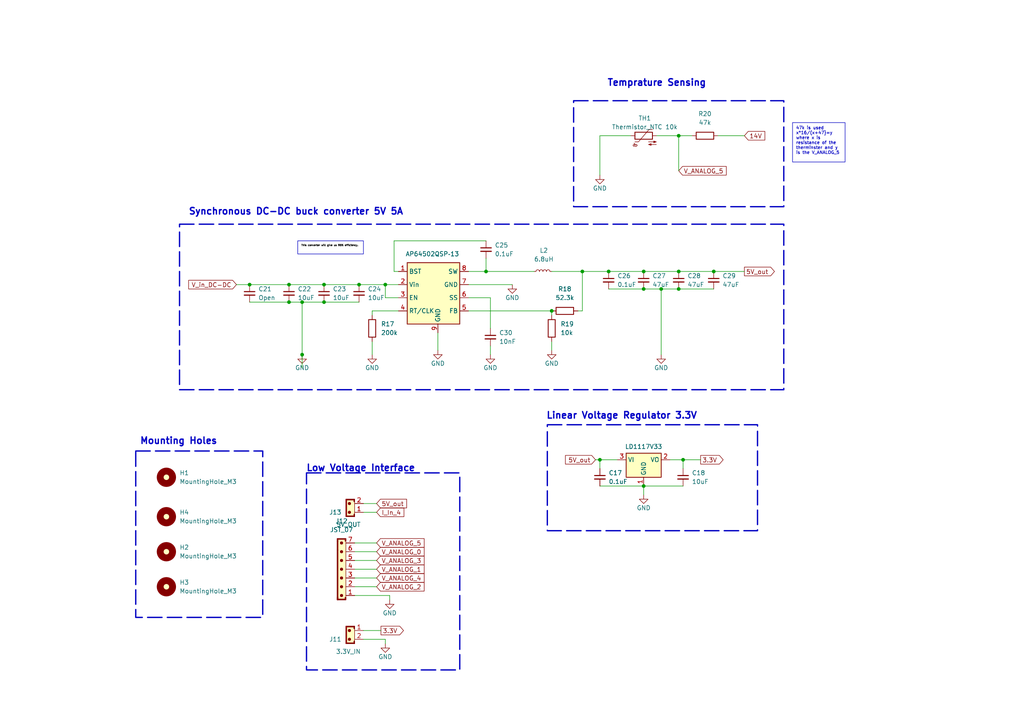
<source format=kicad_sch>
(kicad_sch
	(version 20250114)
	(generator "eeschema")
	(generator_version "9.0")
	(uuid "ccedefa3-19e8-43bf-85a8-8b020856ef3f")
	(paper "A4")
	(lib_symbols
		(symbol "Device:R"
			(pin_numbers
				(hide yes)
			)
			(pin_names
				(offset 0)
			)
			(exclude_from_sim no)
			(in_bom yes)
			(on_board yes)
			(property "Reference" "R"
				(at 2.032 0 90)
				(effects
					(font
						(size 1.27 1.27)
					)
				)
			)
			(property "Value" "R"
				(at 0 0 90)
				(effects
					(font
						(size 1.27 1.27)
					)
				)
			)
			(property "Footprint" ""
				(at -1.778 0 90)
				(effects
					(font
						(size 1.27 1.27)
					)
					(hide yes)
				)
			)
			(property "Datasheet" "~"
				(at 0 0 0)
				(effects
					(font
						(size 1.27 1.27)
					)
					(hide yes)
				)
			)
			(property "Description" "Resistor"
				(at 0 0 0)
				(effects
					(font
						(size 1.27 1.27)
					)
					(hide yes)
				)
			)
			(property "ki_keywords" "R res resistor"
				(at 0 0 0)
				(effects
					(font
						(size 1.27 1.27)
					)
					(hide yes)
				)
			)
			(property "ki_fp_filters" "R_*"
				(at 0 0 0)
				(effects
					(font
						(size 1.27 1.27)
					)
					(hide yes)
				)
			)
			(symbol "R_0_1"
				(rectangle
					(start -1.016 -2.54)
					(end 1.016 2.54)
					(stroke
						(width 0.254)
						(type default)
					)
					(fill
						(type none)
					)
				)
			)
			(symbol "R_1_1"
				(pin passive line
					(at 0 3.81 270)
					(length 1.27)
					(name "~"
						(effects
							(font
								(size 1.27 1.27)
							)
						)
					)
					(number "1"
						(effects
							(font
								(size 1.27 1.27)
							)
						)
					)
				)
				(pin passive line
					(at 0 -3.81 90)
					(length 1.27)
					(name "~"
						(effects
							(font
								(size 1.27 1.27)
							)
						)
					)
					(number "2"
						(effects
							(font
								(size 1.27 1.27)
							)
						)
					)
				)
			)
			(embedded_fonts no)
		)
		(symbol "Device:Thermistor_NTC"
			(pin_numbers
				(hide yes)
			)
			(pin_names
				(offset 0)
			)
			(exclude_from_sim no)
			(in_bom yes)
			(on_board yes)
			(property "Reference" "TH"
				(at -4.445 0 90)
				(effects
					(font
						(size 1.27 1.27)
					)
				)
			)
			(property "Value" "Thermistor_NTC"
				(at 3.175 0 90)
				(effects
					(font
						(size 1.27 1.27)
					)
				)
			)
			(property "Footprint" ""
				(at 0 1.27 0)
				(effects
					(font
						(size 1.27 1.27)
					)
					(hide yes)
				)
			)
			(property "Datasheet" "~"
				(at 0 1.27 0)
				(effects
					(font
						(size 1.27 1.27)
					)
					(hide yes)
				)
			)
			(property "Description" "Temperature dependent resistor, negative temperature coefficient"
				(at 0 0 0)
				(effects
					(font
						(size 1.27 1.27)
					)
					(hide yes)
				)
			)
			(property "ki_keywords" "thermistor NTC resistor sensor RTD"
				(at 0 0 0)
				(effects
					(font
						(size 1.27 1.27)
					)
					(hide yes)
				)
			)
			(property "ki_fp_filters" "*NTC* *Thermistor* PIN?ARRAY* bornier* *Terminal?Block* R_*"
				(at 0 0 0)
				(effects
					(font
						(size 1.27 1.27)
					)
					(hide yes)
				)
			)
			(symbol "Thermistor_NTC_0_1"
				(arc
					(start -3.175 2.413)
					(mid -3.0506 2.3165)
					(end -3.048 2.159)
					(stroke
						(width 0)
						(type default)
					)
					(fill
						(type none)
					)
				)
				(arc
					(start -3.048 2.794)
					(mid -2.9736 2.9736)
					(end -2.794 3.048)
					(stroke
						(width 0)
						(type default)
					)
					(fill
						(type none)
					)
				)
				(arc
					(start -2.794 3.048)
					(mid -2.6144 2.9736)
					(end -2.54 2.794)
					(stroke
						(width 0)
						(type default)
					)
					(fill
						(type none)
					)
				)
				(arc
					(start -2.794 2.54)
					(mid -2.9736 2.6144)
					(end -3.048 2.794)
					(stroke
						(width 0)
						(type default)
					)
					(fill
						(type none)
					)
				)
				(arc
					(start -2.794 1.905)
					(mid -2.9736 1.9794)
					(end -3.048 2.159)
					(stroke
						(width 0)
						(type default)
					)
					(fill
						(type none)
					)
				)
				(arc
					(start -2.54 2.159)
					(mid -2.6144 1.9794)
					(end -2.794 1.905)
					(stroke
						(width 0)
						(type default)
					)
					(fill
						(type none)
					)
				)
				(arc
					(start -2.159 2.794)
					(mid -2.434 2.5608)
					(end -2.794 2.54)
					(stroke
						(width 0)
						(type default)
					)
					(fill
						(type none)
					)
				)
				(polyline
					(pts
						(xy -2.54 2.159) (xy -2.54 2.794)
					)
					(stroke
						(width 0)
						(type default)
					)
					(fill
						(type none)
					)
				)
				(polyline
					(pts
						(xy -2.54 -3.683) (xy -2.54 -1.397) (xy -2.794 -2.159) (xy -2.286 -2.159) (xy -2.54 -1.397) (xy -2.54 -1.651)
					)
					(stroke
						(width 0)
						(type default)
					)
					(fill
						(type outline)
					)
				)
				(polyline
					(pts
						(xy -1.778 2.54) (xy -1.778 1.524) (xy 1.778 -1.524) (xy 1.778 -2.54)
					)
					(stroke
						(width 0)
						(type default)
					)
					(fill
						(type none)
					)
				)
				(polyline
					(pts
						(xy -1.778 -1.397) (xy -1.778 -3.683) (xy -2.032 -2.921) (xy -1.524 -2.921) (xy -1.778 -3.683)
						(xy -1.778 -3.429)
					)
					(stroke
						(width 0)
						(type default)
					)
					(fill
						(type outline)
					)
				)
				(rectangle
					(start -1.016 2.54)
					(end 1.016 -2.54)
					(stroke
						(width 0.254)
						(type default)
					)
					(fill
						(type none)
					)
				)
			)
			(symbol "Thermistor_NTC_1_1"
				(pin passive line
					(at 0 3.81 270)
					(length 1.27)
					(name "~"
						(effects
							(font
								(size 1.27 1.27)
							)
						)
					)
					(number "1"
						(effects
							(font
								(size 1.27 1.27)
							)
						)
					)
				)
				(pin passive line
					(at 0 -3.81 90)
					(length 1.27)
					(name "~"
						(effects
							(font
								(size 1.27 1.27)
							)
						)
					)
					(number "2"
						(effects
							(font
								(size 1.27 1.27)
							)
						)
					)
				)
			)
			(embedded_fonts no)
		)
		(symbol "JST_02_1"
			(exclude_from_sim no)
			(in_bom yes)
			(on_board yes)
			(property "Reference" "J11"
				(at 2.54 1.2701 0)
				(effects
					(font
						(size 1.27 1.27)
					)
					(justify left)
				)
			)
			(property "Value" "3.3V_IN"
				(at -3.048 4.826 0)
				(effects
					(font
						(size 1.27 1.27)
					)
					(justify left)
				)
			)
			(property "Footprint" "Connector_JST:JST_EH_B2B-EH-A_1x02_P2.50mm_Vertical"
				(at 0 6.35 0)
				(effects
					(font
						(size 1.27 1.27)
					)
					(hide yes)
				)
			)
			(property "Datasheet" ""
				(at 0 6.35 0)
				(effects
					(font
						(size 1.27 1.27)
					)
					(hide yes)
				)
			)
			(property "Description" "JST Connector  2 pins"
				(at 0 0 0)
				(effects
					(font
						(size 1.27 1.27)
					)
					(hide yes)
				)
			)
			(property "ki_keywords" "JST 2"
				(at 0 0 0)
				(effects
					(font
						(size 1.27 1.27)
					)
					(hide yes)
				)
			)
			(property "ki_fp_filters" "Connector_JST:JST_EH_S2B-EH_1x02_P2.50mm_Horizontal"
				(at 0 0 0)
				(effects
					(font
						(size 1.27 1.27)
					)
					(hide yes)
				)
			)
			(symbol "JST_02_1_0_1"
				(rectangle
					(start -1.27 2.54)
					(end 1.27 -2.54)
					(stroke
						(width 0)
						(type default)
					)
					(fill
						(type background)
					)
				)
				(polyline
					(pts
						(xy -1.27 -1.778) (xy -1.27 -2.54) (xy 1.27 -2.54) (xy 1.27 -1.778) (xy 1.016 -1.778) (xy 1.016 -2.286)
						(xy -1.016 -2.286) (xy -1.016 -1.778) (xy -1.27 -1.778)
					)
					(stroke
						(width 0)
						(type default)
					)
					(fill
						(type outline)
					)
				)
				(circle
					(center 0.254 1.27)
					(radius 0.381)
					(stroke
						(width 0)
						(type default)
					)
					(fill
						(type outline)
					)
				)
				(circle
					(center 0.254 -1.27)
					(radius 0.381)
					(stroke
						(width 0)
						(type default)
					)
					(fill
						(type outline)
					)
				)
				(rectangle
					(start 1.016 1.778)
					(end 1.27 -1.778)
					(stroke
						(width 0)
						(type default)
					)
					(fill
						(type outline)
					)
				)
				(polyline
					(pts
						(xy 1.27 1.778) (xy 1.27 2.54) (xy -1.27 2.54) (xy -1.27 1.778) (xy -1.016 1.778) (xy -1.016 2.286)
						(xy 1.016 2.286) (xy 1.016 1.778) (xy 1.27 1.778)
					)
					(stroke
						(width 0)
						(type default)
					)
					(fill
						(type outline)
					)
				)
			)
			(symbol "JST_02_1_1_1"
				(pin passive line
					(at -3.81 1.27 0)
					(length 2.54)
					(name ""
						(effects
							(font
								(size 1.27 1.27)
							)
						)
					)
					(number "2"
						(effects
							(font
								(size 1.27 1.27)
							)
						)
					)
				)
				(pin passive line
					(at -3.81 -1.27 0)
					(length 2.54)
					(name ""
						(effects
							(font
								(size 1.27 1.27)
							)
						)
					)
					(number "1"
						(effects
							(font
								(size 1.27 1.27)
							)
						)
					)
				)
			)
			(embedded_fonts no)
		)
		(symbol "PCM_SL_Connectors:JST_02"
			(exclude_from_sim no)
			(in_bom yes)
			(on_board yes)
			(property "Reference" "J"
				(at 0 7.62 0)
				(effects
					(font
						(size 1.27 1.27)
					)
				)
			)
			(property "Value" "JST_02"
				(at 0 5.08 0)
				(effects
					(font
						(size 1.27 1.27)
					)
				)
			)
			(property "Footprint" "Connector_JST:JST_EH_B2B-EH-A_1x02_P2.50mm_Vertical"
				(at 0 6.35 0)
				(effects
					(font
						(size 1.27 1.27)
					)
					(hide yes)
				)
			)
			(property "Datasheet" ""
				(at 0 6.35 0)
				(effects
					(font
						(size 1.27 1.27)
					)
					(hide yes)
				)
			)
			(property "Description" "JST Connector  2 pins"
				(at 0 0 0)
				(effects
					(font
						(size 1.27 1.27)
					)
					(hide yes)
				)
			)
			(property "ki_keywords" "JST 2"
				(at 0 0 0)
				(effects
					(font
						(size 1.27 1.27)
					)
					(hide yes)
				)
			)
			(property "ki_fp_filters" "Connector_JST:JST_EH_S2B-EH_1x02_P2.50mm_Horizontal"
				(at 0 0 0)
				(effects
					(font
						(size 1.27 1.27)
					)
					(hide yes)
				)
			)
			(symbol "JST_02_0_1"
				(rectangle
					(start -1.27 2.54)
					(end 1.27 -2.54)
					(stroke
						(width 0)
						(type default)
					)
					(fill
						(type background)
					)
				)
				(polyline
					(pts
						(xy -1.27 -1.778) (xy -1.27 -2.54) (xy 1.27 -2.54) (xy 1.27 -1.778) (xy 1.016 -1.778) (xy 1.016 -2.286)
						(xy -1.016 -2.286) (xy -1.016 -1.778) (xy -1.27 -1.778)
					)
					(stroke
						(width 0)
						(type default)
					)
					(fill
						(type outline)
					)
				)
				(circle
					(center 0.254 1.27)
					(radius 0.381)
					(stroke
						(width 0)
						(type default)
					)
					(fill
						(type outline)
					)
				)
				(circle
					(center 0.254 -1.27)
					(radius 0.381)
					(stroke
						(width 0)
						(type default)
					)
					(fill
						(type outline)
					)
				)
				(rectangle
					(start 1.016 1.778)
					(end 1.27 -1.778)
					(stroke
						(width 0)
						(type default)
					)
					(fill
						(type outline)
					)
				)
				(polyline
					(pts
						(xy 1.27 1.778) (xy 1.27 2.54) (xy -1.27 2.54) (xy -1.27 1.778) (xy -1.016 1.778) (xy -1.016 2.286)
						(xy 1.016 2.286) (xy 1.016 1.778) (xy 1.27 1.778)
					)
					(stroke
						(width 0)
						(type default)
					)
					(fill
						(type outline)
					)
				)
			)
			(symbol "JST_02_1_1"
				(pin passive line
					(at -3.81 1.27 0)
					(length 2.54)
					(name ""
						(effects
							(font
								(size 1.27 1.27)
							)
						)
					)
					(number "1"
						(effects
							(font
								(size 1.27 1.27)
							)
						)
					)
				)
				(pin passive line
					(at -3.81 -1.27 0)
					(length 2.54)
					(name ""
						(effects
							(font
								(size 1.27 1.27)
							)
						)
					)
					(number "2"
						(effects
							(font
								(size 1.27 1.27)
							)
						)
					)
				)
			)
			(embedded_fonts no)
		)
		(symbol "PCM_SL_Connectors:JST_07"
			(exclude_from_sim no)
			(in_bom yes)
			(on_board yes)
			(property "Reference" "J"
				(at 0 13.97 0)
				(effects
					(font
						(size 1.27 1.27)
					)
				)
			)
			(property "Value" "JST_07"
				(at 0 11.43 0)
				(effects
					(font
						(size 1.27 1.27)
					)
				)
			)
			(property "Footprint" "Connector_JST:JST_EH_B7B-EH-A_1x07_P2.50mm_Vertical"
				(at 0 12.7 0)
				(effects
					(font
						(size 1.27 1.27)
					)
					(hide yes)
				)
			)
			(property "Datasheet" ""
				(at 0 12.7 0)
				(effects
					(font
						(size 1.27 1.27)
					)
					(hide yes)
				)
			)
			(property "Description" "JST Connector  7 pins"
				(at 0 0 0)
				(effects
					(font
						(size 1.27 1.27)
					)
					(hide yes)
				)
			)
			(property "ki_keywords" "JST"
				(at 0 0 0)
				(effects
					(font
						(size 1.27 1.27)
					)
					(hide yes)
				)
			)
			(property "ki_fp_filters" "Connector_JST:JST_EH_S7B-EH_1x07_P2.50mm_Horizontal"
				(at 0 0 0)
				(effects
					(font
						(size 1.27 1.27)
					)
					(hide yes)
				)
			)
			(symbol "JST_07_0_1"
				(rectangle
					(start -1.27 8.89)
					(end 1.27 -8.89)
					(stroke
						(width 0)
						(type default)
					)
					(fill
						(type background)
					)
				)
				(polyline
					(pts
						(xy -1.27 -8.128) (xy -1.27 -8.89) (xy 1.27 -8.89) (xy 1.27 -8.128) (xy 1.016 -8.128) (xy 1.016 -8.636)
						(xy -1.016 -8.636) (xy -1.016 -8.128) (xy -1.27 -8.128)
					)
					(stroke
						(width 0)
						(type default)
					)
					(fill
						(type outline)
					)
				)
				(circle
					(center 0 7.62)
					(radius 0.381)
					(stroke
						(width 0)
						(type default)
					)
					(fill
						(type outline)
					)
				)
				(circle
					(center 0 5.08)
					(radius 0.381)
					(stroke
						(width 0)
						(type default)
					)
					(fill
						(type outline)
					)
				)
				(circle
					(center 0 2.54)
					(radius 0.381)
					(stroke
						(width 0)
						(type default)
					)
					(fill
						(type outline)
					)
				)
				(circle
					(center 0 0)
					(radius 0.381)
					(stroke
						(width 0)
						(type default)
					)
					(fill
						(type outline)
					)
				)
				(circle
					(center 0 -2.54)
					(radius 0.381)
					(stroke
						(width 0)
						(type default)
					)
					(fill
						(type outline)
					)
				)
				(circle
					(center 0 -5.08)
					(radius 0.381)
					(stroke
						(width 0)
						(type default)
					)
					(fill
						(type outline)
					)
				)
				(circle
					(center 0 -7.62)
					(radius 0.381)
					(stroke
						(width 0)
						(type default)
					)
					(fill
						(type outline)
					)
				)
				(rectangle
					(start 1.016 8.89)
					(end 1.27 -8.128)
					(stroke
						(width 0)
						(type default)
					)
					(fill
						(type outline)
					)
				)
				(rectangle
					(start 1.016 -5.588)
					(end 1.27 -5.588)
					(stroke
						(width 0)
						(type default)
					)
					(fill
						(type none)
					)
				)
				(polyline
					(pts
						(xy 1.27 8.128) (xy 1.27 8.89) (xy -1.27 8.89) (xy -1.27 8.128) (xy -1.016 8.128) (xy -1.016 8.636)
						(xy 1.016 8.636) (xy 1.016 8.128) (xy 1.27 8.128)
					)
					(stroke
						(width 0)
						(type default)
					)
					(fill
						(type outline)
					)
				)
			)
			(symbol "JST_07_1_1"
				(pin passive line
					(at -3.81 7.62 0)
					(length 2.54)
					(name ""
						(effects
							(font
								(size 1.27 1.27)
							)
						)
					)
					(number "1"
						(effects
							(font
								(size 1.27 1.27)
							)
						)
					)
				)
				(pin passive line
					(at -3.81 5.08 0)
					(length 2.54)
					(name ""
						(effects
							(font
								(size 1.27 1.27)
							)
						)
					)
					(number "2"
						(effects
							(font
								(size 1.27 1.27)
							)
						)
					)
				)
				(pin passive line
					(at -3.81 2.54 0)
					(length 2.54)
					(name ""
						(effects
							(font
								(size 1.27 1.27)
							)
						)
					)
					(number "3"
						(effects
							(font
								(size 1.27 1.27)
							)
						)
					)
				)
				(pin passive line
					(at -3.81 0 0)
					(length 2.54)
					(name ""
						(effects
							(font
								(size 1.27 1.27)
							)
						)
					)
					(number "4"
						(effects
							(font
								(size 1.27 1.27)
							)
						)
					)
				)
				(pin passive line
					(at -3.81 -2.54 0)
					(length 2.54)
					(name ""
						(effects
							(font
								(size 1.27 1.27)
							)
						)
					)
					(number "5"
						(effects
							(font
								(size 1.27 1.27)
							)
						)
					)
				)
				(pin passive line
					(at -3.81 -5.08 0)
					(length 2.54)
					(name ""
						(effects
							(font
								(size 1.27 1.27)
							)
						)
					)
					(number "6"
						(effects
							(font
								(size 1.27 1.27)
							)
						)
					)
				)
				(pin passive line
					(at -3.81 -7.62 0)
					(length 2.54)
					(name ""
						(effects
							(font
								(size 1.27 1.27)
							)
						)
					)
					(number "7"
						(effects
							(font
								(size 1.27 1.27)
							)
						)
					)
				)
			)
			(embedded_fonts no)
		)
		(symbol "PCM_SL_Mechanical:MountingHole_M3"
			(exclude_from_sim no)
			(in_bom yes)
			(on_board yes)
			(property "Reference" "H"
				(at 0 7.62 0)
				(effects
					(font
						(size 1.27 1.27)
					)
				)
			)
			(property "Value" "MountingHole_M3"
				(at 0 5.08 0)
				(effects
					(font
						(size 1.27 1.27)
					)
				)
			)
			(property "Footprint" "MountingHole:MountingHole_3.2mm_M3"
				(at 0 -3.81 0)
				(effects
					(font
						(size 1.27 1.27)
					)
					(hide yes)
				)
			)
			(property "Datasheet" ""
				(at 0 0 0)
				(effects
					(font
						(size 1.27 1.27)
					)
					(hide yes)
				)
			)
			(property "Description" "3.2mm Diameter Mounting Hole (M3)"
				(at 0 0 0)
				(effects
					(font
						(size 1.27 1.27)
					)
					(hide yes)
				)
			)
			(property "ki_keywords" "Mounting Hole"
				(at 0 0 0)
				(effects
					(font
						(size 1.27 1.27)
					)
					(hide yes)
				)
			)
			(symbol "MountingHole_M3_0_1"
				(circle
					(center 0 0)
					(radius 1.27)
					(stroke
						(width 0)
						(type default)
					)
					(fill
						(type background)
					)
				)
				(circle
					(center 0 0)
					(radius 1.7961)
					(stroke
						(width 2)
						(type default)
					)
					(fill
						(type none)
					)
				)
			)
			(embedded_fonts no)
		)
		(symbol "PCM_SparkFun-Capacitor:2.2uF_0805_25V_20%"
			(pin_numbers
				(hide yes)
			)
			(pin_names
				(offset 0.254)
			)
			(exclude_from_sim no)
			(in_bom yes)
			(on_board yes)
			(property "Reference" "C"
				(at 0.635 2.54 0)
				(effects
					(font
						(size 1.27 1.27)
					)
					(justify left)
				)
			)
			(property "Value" "2.2uF"
				(at 0.635 -2.54 0)
				(effects
					(font
						(size 1.27 1.27)
					)
					(justify left)
				)
			)
			(property "Footprint" "PCM_SparkFun-Capacitor:C_0805_2012Metric"
				(at 0 -11.43 0)
				(effects
					(font
						(size 1.27 1.27)
					)
					(hide yes)
				)
			)
			(property "Datasheet" "https://cdn.sparkfun.com/assets/8/a/4/a/5/Kemet_Capacitor_Datasheet.pdf"
				(at 1.27 -16.51 0)
				(effects
					(font
						(size 1.27 1.27)
					)
					(hide yes)
				)
			)
			(property "Description" "Unpolarized capacitor"
				(at 0 -19.05 0)
				(effects
					(font
						(size 1.27 1.27)
					)
					(hide yes)
				)
			)
			(property "PROD_ID" "CAP-11624"
				(at -1.27 -13.97 0)
				(effects
					(font
						(size 1.27 1.27)
					)
					(hide yes)
				)
			)
			(property "Voltage" "25V"
				(at 0 -6.35 0)
				(effects
					(font
						(size 1.27 1.27)
					)
				)
			)
			(property "Tolerance" "20%"
				(at 0 -8.89 0)
				(effects
					(font
						(size 1.27 1.27)
					)
				)
			)
			(property "ki_keywords" "SparkFun cap capacitor"
				(at 0 0 0)
				(effects
					(font
						(size 1.27 1.27)
					)
					(hide yes)
				)
			)
			(property "ki_fp_filters" "C_*"
				(at 0 0 0)
				(effects
					(font
						(size 1.27 1.27)
					)
					(hide yes)
				)
			)
			(symbol "2.2uF_0805_25V_20%_0_1"
				(polyline
					(pts
						(xy -1.524 0.508) (xy 1.524 0.508)
					)
					(stroke
						(width 0.3048)
						(type default)
					)
					(fill
						(type none)
					)
				)
				(polyline
					(pts
						(xy -1.524 -0.508) (xy 1.524 -0.508)
					)
					(stroke
						(width 0.3302)
						(type default)
					)
					(fill
						(type none)
					)
				)
			)
			(symbol "2.2uF_0805_25V_20%_1_1"
				(pin passive line
					(at 0 2.54 270)
					(length 2.032)
					(name "~"
						(effects
							(font
								(size 1.27 1.27)
							)
						)
					)
					(number "1"
						(effects
							(font
								(size 1.27 1.27)
							)
						)
					)
				)
				(pin passive line
					(at 0 -2.54 90)
					(length 2.032)
					(name "~"
						(effects
							(font
								(size 1.27 1.27)
							)
						)
					)
					(number "2"
						(effects
							(font
								(size 1.27 1.27)
							)
						)
					)
				)
			)
			(embedded_fonts no)
		)
		(symbol "PCM_SparkFun-Coil:6.8uH_7.3x6.6mm_4.5A"
			(pin_numbers
				(hide yes)
			)
			(pin_names
				(offset 1.016)
				(hide yes)
			)
			(exclude_from_sim no)
			(in_bom yes)
			(on_board yes)
			(property "Reference" "L"
				(at 0 2.54 0)
				(effects
					(font
						(size 1.27 1.27)
					)
				)
			)
			(property "Value" "6.8uH"
				(at 0 -1.27 0)
				(effects
					(font
						(size 1.27 1.27)
					)
				)
			)
			(property "Footprint" "PCM_SparkFun-Coil:Inductor_7.3x6.6mm"
				(at 0 -6.35 0)
				(effects
					(font
						(size 1.27 1.27)
					)
					(hide yes)
				)
			)
			(property "Datasheet" "https://productfinder.pulseelectronics.com/api/open/part-attachments/datasheet/BMRA000606306R8MA1"
				(at 0 -11.43 0)
				(effects
					(font
						(size 1.27 1.27)
					)
					(hide yes)
				)
			)
			(property "Description" "Inductor"
				(at 0 -13.97 0)
				(effects
					(font
						(size 1.27 1.27)
					)
					(hide yes)
				)
			)
			(property "PROD_ID" "NDUC-17223"
				(at 0 -8.89 0)
				(effects
					(font
						(size 1.27 1.27)
					)
					(hide yes)
				)
			)
			(property "Current" "4.5A"
				(at 0 -3.81 0)
				(effects
					(font
						(size 1.27 1.27)
					)
				)
			)
			(property "ki_keywords" "SparkFun inductor"
				(at 0 0 0)
				(effects
					(font
						(size 1.27 1.27)
					)
					(hide yes)
				)
			)
			(property "ki_fp_filters" "Choke_* *Coil* Inductor_* L_*"
				(at 0 0 0)
				(effects
					(font
						(size 1.27 1.27)
					)
					(hide yes)
				)
			)
			(symbol "6.8uH_7.3x6.6mm_4.5A_0_1"
				(arc
					(start -2.032 0)
					(mid -1.524 0.5058)
					(end -1.016 0)
					(stroke
						(width 0)
						(type default)
					)
					(fill
						(type none)
					)
				)
				(arc
					(start -1.016 0)
					(mid -0.508 0.5058)
					(end 0 0)
					(stroke
						(width 0)
						(type default)
					)
					(fill
						(type none)
					)
				)
				(arc
					(start 0 0)
					(mid 0.508 0.5058)
					(end 1.016 0)
					(stroke
						(width 0)
						(type default)
					)
					(fill
						(type none)
					)
				)
				(arc
					(start 1.016 0)
					(mid 1.524 0.5058)
					(end 2.032 0)
					(stroke
						(width 0)
						(type default)
					)
					(fill
						(type none)
					)
				)
			)
			(symbol "6.8uH_7.3x6.6mm_4.5A_1_1"
				(pin passive line
					(at -2.54 0 0)
					(length 0.508)
					(name "~"
						(effects
							(font
								(size 1.27 1.27)
							)
						)
					)
					(number "1"
						(effects
							(font
								(size 1.27 1.27)
							)
						)
					)
				)
				(pin passive line
					(at 2.54 0 180)
					(length 0.508)
					(name "~"
						(effects
							(font
								(size 1.27 1.27)
							)
						)
					)
					(number "2"
						(effects
							(font
								(size 1.27 1.27)
							)
						)
					)
				)
			)
			(embedded_fonts no)
		)
		(symbol "PCM_SparkFun-PowerSymbol:GND"
			(power)
			(pin_names
				(offset 0)
			)
			(exclude_from_sim no)
			(in_bom yes)
			(on_board yes)
			(property "Reference" "#PWR"
				(at 0 -6.35 0)
				(effects
					(font
						(size 1.27 1.27)
					)
					(hide yes)
				)
			)
			(property "Value" "GND"
				(at 0 -3.81 0)
				(do_not_autoplace)
				(effects
					(font
						(size 1.27 1.27)
					)
				)
			)
			(property "Footprint" ""
				(at 0 0 0)
				(effects
					(font
						(size 1.27 1.27)
					)
					(hide yes)
				)
			)
			(property "Datasheet" ""
				(at 0 0 0)
				(effects
					(font
						(size 1.27 1.27)
					)
					(hide yes)
				)
			)
			(property "Description" "Power symbol creates a global label with name \"GND\" , ground"
				(at 0 -8.89 0)
				(effects
					(font
						(size 1.27 1.27)
					)
					(hide yes)
				)
			)
			(property "ki_keywords" "SparkFun global power"
				(at 0 0 0)
				(effects
					(font
						(size 1.27 1.27)
					)
					(hide yes)
				)
			)
			(symbol "GND_0_1"
				(polyline
					(pts
						(xy 0 0) (xy 0 -1.27) (xy 1.27 -1.27) (xy 0 -2.54) (xy -1.27 -1.27) (xy 0 -1.27)
					)
					(stroke
						(width 0)
						(type default)
					)
					(fill
						(type none)
					)
				)
			)
			(symbol "GND_1_1"
				(pin power_in line
					(at 0 0 270)
					(length 0)
					(hide yes)
					(name "GND"
						(effects
							(font
								(size 1.27 1.27)
							)
						)
					)
					(number "1"
						(effects
							(font
								(size 1.27 1.27)
							)
						)
					)
				)
			)
			(embedded_fonts no)
		)
		(symbol "Regulator_Controller:NCP1217AP65"
			(exclude_from_sim no)
			(in_bom yes)
			(on_board yes)
			(property "Reference" "U7"
				(at 2.1433 12.7 0)
				(effects
					(font
						(size 1.27 1.27)
					)
					(justify left)
					(hide yes)
				)
			)
			(property "Value" "AP64502QSP‑13"
				(at 14.732 10.16 0)
				(effects
					(font
						(size 1.27 1.27)
					)
					(justify left)
				)
			)
			(property "Footprint" "Package_SO:Diodes_SO-8EP"
				(at -0.254 -22.352 0)
				(effects
					(font
						(size 1.27 1.27)
						(italic yes)
					)
					(hide yes)
				)
			)
			(property "Datasheet" "http://www.onsemi.com/pub_link/Collateral/NCP1217-D.PDF"
				(at -1.016 -21.336 0)
				(effects
					(font
						(size 1.27 1.27)
					)
					(hide yes)
				)
			)
			(property "Description" "Enhanced PWM Current-Mode Controller for High-Power Universal Off-Line Supplies, AC-DC, 65kHz, 1ms Soft Start, PDIP-8"
				(at -2.286 -19.05 0)
				(effects
					(font
						(size 1.27 1.27)
					)
					(hide yes)
				)
			)
			(property "ki_keywords" "SMPS Controller AC-DC"
				(at 0 0 0)
				(effects
					(font
						(size 1.27 1.27)
					)
					(hide yes)
				)
			)
			(property "ki_fp_filters" "DIP*W7.62mm*"
				(at 0 0 0)
				(effects
					(font
						(size 1.27 1.27)
					)
					(hide yes)
				)
			)
			(symbol "NCP1217AP65_0_0"
				(rectangle
					(start 15.24 7.62)
					(end 30.48 -10.16)
					(stroke
						(width 0.254)
						(type default)
					)
					(fill
						(type background)
					)
				)
			)
			(symbol "NCP1217AP65_1_1"
				(pin input line
					(at 12.7 5.08 0)
					(length 2.54)
					(name "BST"
						(effects
							(font
								(size 1.27 1.27)
							)
						)
					)
					(number "1"
						(effects
							(font
								(size 1.27 1.27)
							)
						)
					)
				)
				(pin input line
					(at 12.7 1.27 0)
					(length 2.54)
					(name "Vin"
						(effects
							(font
								(size 1.27 1.27)
							)
						)
					)
					(number "2"
						(effects
							(font
								(size 1.27 1.27)
							)
						)
					)
				)
				(pin free line
					(at 12.7 -2.54 0)
					(length 2.54)
					(name "EN"
						(effects
							(font
								(size 1.27 1.27)
							)
						)
					)
					(number "3"
						(effects
							(font
								(size 1.27 1.27)
							)
						)
					)
				)
				(pin input line
					(at 12.7 -6.35 0)
					(length 2.54)
					(name "RT/CLK"
						(effects
							(font
								(size 1.27 1.27)
							)
						)
					)
					(number "4"
						(effects
							(font
								(size 1.27 1.27)
							)
						)
					)
				)
				(pin input line
					(at 24.13 -12.7 90)
					(length 2.54)
					(name "GND"
						(effects
							(font
								(size 1.27 1.27)
							)
						)
					)
					(number "9"
						(effects
							(font
								(size 1.27 1.27)
							)
						)
					)
				)
				(pin input line
					(at 33.02 5.08 180)
					(length 2.54)
					(name "SW"
						(effects
							(font
								(size 1.27 1.27)
							)
						)
					)
					(number "8"
						(effects
							(font
								(size 1.27 1.27)
							)
						)
					)
				)
				(pin input line
					(at 33.02 1.27 180)
					(length 2.54)
					(name "GND"
						(effects
							(font
								(size 1.27 1.27)
							)
						)
					)
					(number "7"
						(effects
							(font
								(size 1.27 1.27)
							)
						)
					)
				)
				(pin input line
					(at 33.02 -2.54 180)
					(length 2.54)
					(name "SS"
						(effects
							(font
								(size 1.27 1.27)
							)
						)
					)
					(number "6"
						(effects
							(font
								(size 1.27 1.27)
							)
						)
					)
				)
				(pin input line
					(at 33.02 -6.35 180)
					(length 2.54)
					(name "FB"
						(effects
							(font
								(size 1.27 1.27)
							)
						)
					)
					(number "5"
						(effects
							(font
								(size 1.27 1.27)
							)
						)
					)
				)
			)
			(embedded_fonts no)
		)
		(symbol "Regulator_Linear:LD1117V33"
			(exclude_from_sim no)
			(in_bom yes)
			(on_board yes)
			(property "Reference" "U"
				(at -3.81 3.175 0)
				(effects
					(font
						(size 1.27 1.27)
					)
				)
			)
			(property "Value" "LD1117V33"
				(at 0 3.175 0)
				(effects
					(font
						(size 1.27 1.27)
					)
					(justify left)
				)
			)
			(property "Footprint" "Package_TO_SOT_THT:TO-220-3_Vertical"
				(at 0 5.08 0)
				(effects
					(font
						(size 1.27 1.27)
					)
					(hide yes)
				)
			)
			(property "Datasheet" "https://www.st.com/resource/en/datasheet/ld1117.pdf"
				(at 2.54 -6.35 0)
				(effects
					(font
						(size 1.27 1.27)
					)
					(hide yes)
				)
			)
			(property "Description" "800 mA Fixed Low Drop Positive Voltage Regulator (ldo). Max input 15V. Fixed Output 3.3V. TO-220-3"
				(at 0 0 0)
				(effects
					(font
						(size 1.27 1.27)
					)
					(hide yes)
				)
			)
			(property "ki_keywords" "low-dropout-regulator ldo"
				(at 0 0 0)
				(effects
					(font
						(size 1.27 1.27)
					)
					(hide yes)
				)
			)
			(property "ki_fp_filters" "*TO?220*"
				(at 0 0 0)
				(effects
					(font
						(size 1.27 1.27)
					)
					(hide yes)
				)
			)
			(symbol "LD1117V33_0_1"
				(rectangle
					(start -5.08 -5.08)
					(end 5.08 1.905)
					(stroke
						(width 0.254)
						(type default)
					)
					(fill
						(type background)
					)
				)
			)
			(symbol "LD1117V33_1_1"
				(pin power_in line
					(at -7.62 0 0)
					(length 2.54)
					(name "VI"
						(effects
							(font
								(size 1.27 1.27)
							)
						)
					)
					(number "3"
						(effects
							(font
								(size 1.27 1.27)
							)
						)
					)
				)
				(pin power_in line
					(at 0 -7.62 90)
					(length 2.54)
					(name "GND"
						(effects
							(font
								(size 1.27 1.27)
							)
						)
					)
					(number "1"
						(effects
							(font
								(size 1.27 1.27)
							)
						)
					)
				)
				(pin power_out line
					(at 7.62 0 180)
					(length 2.54)
					(name "VO"
						(effects
							(font
								(size 1.27 1.27)
							)
						)
					)
					(number "2"
						(effects
							(font
								(size 1.27 1.27)
							)
						)
					)
				)
			)
			(embedded_fonts no)
		)
	)
	(rectangle
		(start 166.37 29.21)
		(end 227.33 59.944)
		(stroke
			(width 0.381)
			(type dash)
		)
		(fill
			(type none)
		)
		(uuid 211fcb88-11d1-49f0-8d5d-6075ed5be3e7)
	)
	(rectangle
		(start 39.37 130.81)
		(end 76.2 179.07)
		(stroke
			(width 0.381)
			(type dash)
		)
		(fill
			(type none)
		)
		(uuid 41755997-c5c0-4aac-b433-f1935ac89f11)
	)
	(rectangle
		(start 88.9 137.16)
		(end 133.35 194.31)
		(stroke
			(width 0.381)
			(type dash)
		)
		(fill
			(type none)
		)
		(uuid 5c0aa959-a659-4973-8bef-9ac97494d676)
	)
	(rectangle
		(start 52.07 65.024)
		(end 227.33 113.03)
		(stroke
			(width 0.381)
			(type dash)
		)
		(fill
			(type none)
		)
		(uuid b65aec03-4fb5-422c-b182-b25ae85e80ac)
	)
	(rectangle
		(start 158.75 123.19)
		(end 219.71 153.924)
		(stroke
			(width 0.381)
			(type dash)
		)
		(fill
			(type none)
		)
		(uuid d06ecedd-7c21-4830-9b19-06a22d49fe46)
	)
	(text "Synchronous DC-DC buck converter 5V 5A"
		(exclude_from_sim no)
		(at 85.852 61.468 0)
		(effects
			(font
				(size 1.905 1.905)
				(thickness 0.381)
				(bold yes)
			)
		)
		(uuid "084d72dc-4f5e-49ae-b846-7f49465a1898")
	)
	(text "Mounting Holes\n"
		(exclude_from_sim no)
		(at 51.816 128.016 0)
		(effects
			(font
				(size 1.905 1.905)
				(thickness 0.381)
				(bold yes)
			)
		)
		(uuid "1a6bc746-83df-489a-b2dd-c317f416026b")
	)
	(text "Temprature Sensing\n"
		(exclude_from_sim no)
		(at 190.5 24.13 0)
		(effects
			(font
				(size 1.905 1.905)
				(thickness 0.381)
				(bold yes)
			)
		)
		(uuid "32592e5e-d423-4aea-8477-71fcfe39413f")
	)
	(text "Low Voltage Interface\n"
		(exclude_from_sim no)
		(at 104.648 135.89 0)
		(effects
			(font
				(size 1.905 1.905)
				(thickness 0.381)
				(bold yes)
			)
		)
		(uuid "7ba33af2-c1d1-44e5-a4ab-32c245869483")
	)
	(text "Linear Voltage Regulator 3.3V\n"
		(exclude_from_sim no)
		(at 180.34 120.65 0)
		(effects
			(font
				(size 1.905 1.905)
				(thickness 0.381)
				(bold yes)
			)
		)
		(uuid "a33bf653-847e-41b5-a2d7-b291beea69ce")
	)
	(text_box "This converter will give us 95% efficiency."
		(exclude_from_sim no)
		(at 86.36 69.85 0)
		(size 19.05 3.81)
		(margins 0.9525 0.9525 0.9525 0.9525)
		(stroke
			(width 0)
			(type solid)
		)
		(fill
			(type none)
		)
		(effects
			(font
				(size 0.508 0.508)
				(color 0 0 0 1)
			)
			(justify left top)
		)
		(uuid "1871115c-d90a-4967-aa1e-384fdc38feb4")
	)
	(text_box "47k is used x*16/(x+47}=y\nwhere x is resistance of the therminster and y is the V_ANALOG_5\n"
		(exclude_from_sim no)
		(at 229.87 35.56 0)
		(size 15.24 11.43)
		(margins 0.9525 0.9525 0.9525 0.9525)
		(stroke
			(width 0)
			(type solid)
		)
		(fill
			(type none)
		)
		(effects
			(font
				(size 0.889 0.889)
			)
			(justify left top)
		)
		(uuid "926d456a-9aa3-4306-a092-fbe8a2ab27e0")
	)
	(junction
		(at 186.69 140.97)
		(diameter 0)
		(color 0 0 0 0)
		(uuid "05f1674b-7370-4e8e-ac84-a64849aaff4e")
	)
	(junction
		(at 186.69 83.82)
		(diameter 0)
		(color 0 0 0 0)
		(uuid "0ced7a2c-4160-4694-b702-c61a1118e6ad")
	)
	(junction
		(at 173.99 133.35)
		(diameter 0)
		(color 0 0 0 0)
		(uuid "0cf1432a-2db6-490d-b0b3-cb39c4aeeb92")
	)
	(junction
		(at 196.85 83.82)
		(diameter 0)
		(color 0 0 0 0)
		(uuid "12a1e1f4-3fbd-40f2-9256-20edf607744a")
	)
	(junction
		(at 207.01 78.74)
		(diameter 0)
		(color 0 0 0 0)
		(uuid "26e97299-0287-4ed8-a931-2c4e15e3b465")
	)
	(junction
		(at 93.98 82.55)
		(diameter 0)
		(color 0 0 0 0)
		(uuid "2e525891-1c70-4cb2-86fb-4ccd41b805ac")
	)
	(junction
		(at 198.12 133.35)
		(diameter 0)
		(color 0 0 0 0)
		(uuid "2f946e5f-0025-4930-91bf-a3512419cfe8")
	)
	(junction
		(at 83.82 82.55)
		(diameter 0)
		(color 0 0 0 0)
		(uuid "3262505c-78b0-4d5c-bc99-e903b1a53fbf")
	)
	(junction
		(at 196.85 39.37)
		(diameter 0)
		(color 0 0 0 0)
		(uuid "3aa92758-564d-4a5e-ae4b-e1164a592b53")
	)
	(junction
		(at 83.82 87.63)
		(diameter 0)
		(color 0 0 0 0)
		(uuid "7b861d55-02cc-48e4-8558-f89bf505b5a5")
	)
	(junction
		(at 87.63 102.87)
		(diameter 0)
		(color 0 0 0 0)
		(uuid "91ecb601-7c37-4e26-88b2-2ca8919a9408")
	)
	(junction
		(at 186.69 78.74)
		(diameter 0)
		(color 0 0 0 0)
		(uuid "93595176-3434-46d4-afad-1d0c5dc9d674")
	)
	(junction
		(at 104.14 82.55)
		(diameter 0)
		(color 0 0 0 0)
		(uuid "a32a4f07-f292-4a73-8348-b3bcae58f483")
	)
	(junction
		(at 196.85 78.74)
		(diameter 0)
		(color 0 0 0 0)
		(uuid "a81920ca-e1d4-4d61-8aad-f338bd84241b")
	)
	(junction
		(at 87.63 87.63)
		(diameter 0)
		(color 0 0 0 0)
		(uuid "aa2d3331-6b45-4d94-a693-ecabe5ff388d")
	)
	(junction
		(at 191.77 83.82)
		(diameter 0)
		(color 0 0 0 0)
		(uuid "b150bbf7-463c-4785-af05-b68426541ead")
	)
	(junction
		(at 176.53 78.74)
		(diameter 0)
		(color 0 0 0 0)
		(uuid "baf504c7-653a-4cee-8a50-af9475837319")
	)
	(junction
		(at 160.02 90.17)
		(diameter 0)
		(color 0 0 0 0)
		(uuid "c18c037b-d9dc-4244-9201-dd8a23ac2dca")
	)
	(junction
		(at 111.76 82.55)
		(diameter 0)
		(color 0 0 0 0)
		(uuid "d0ba1cdc-0695-4e26-ad82-08b34ee361a1")
	)
	(junction
		(at 140.97 78.74)
		(diameter 0)
		(color 0 0 0 0)
		(uuid "d9c9bb88-2f48-4951-bc8c-59bce6a735af")
	)
	(junction
		(at 72.39 82.55)
		(diameter 0)
		(color 0 0 0 0)
		(uuid "e0e57829-bcd1-49c5-bd06-79f23e5ac31b")
	)
	(junction
		(at 93.98 87.63)
		(diameter 0)
		(color 0 0 0 0)
		(uuid "e78d279f-a422-4dc0-84b4-cc68bf5f3de5")
	)
	(junction
		(at 168.91 78.74)
		(diameter 0)
		(color 0 0 0 0)
		(uuid "f983ff40-2310-4354-a062-5f4bb874a69e")
	)
	(wire
		(pts
			(xy 191.77 83.82) (xy 196.85 83.82)
		)
		(stroke
			(width 0)
			(type default)
		)
		(uuid "00a84514-2422-4253-826e-9fbde355974b")
	)
	(wire
		(pts
			(xy 115.57 90.17) (xy 107.95 90.17)
		)
		(stroke
			(width 0)
			(type default)
		)
		(uuid "00afbbfe-3016-496a-b84d-d2daf77b0318")
	)
	(wire
		(pts
			(xy 102.87 165.1) (xy 109.22 165.1)
		)
		(stroke
			(width 0)
			(type default)
		)
		(uuid "04877dd0-8a74-4c28-9b50-3cf59e7dab89")
	)
	(wire
		(pts
			(xy 87.63 87.63) (xy 93.98 87.63)
		)
		(stroke
			(width 0)
			(type default)
		)
		(uuid "04a747e0-b348-4dbe-82f6-20b48582c802")
	)
	(wire
		(pts
			(xy 198.12 133.35) (xy 203.2 133.35)
		)
		(stroke
			(width 0)
			(type default)
		)
		(uuid "04e61929-1af7-41c7-8fc2-3c20b08ef72c")
	)
	(wire
		(pts
			(xy 105.41 185.42) (xy 111.76 185.42)
		)
		(stroke
			(width 0)
			(type default)
		)
		(uuid "059e20bc-ed2f-449b-a8f1-0ef267062377")
	)
	(wire
		(pts
			(xy 208.28 39.37) (xy 215.9 39.37)
		)
		(stroke
			(width 0)
			(type default)
		)
		(uuid "05b0b2cb-ee3d-431d-8b60-cd5151d2de51")
	)
	(wire
		(pts
			(xy 160.02 101.6) (xy 160.02 99.06)
		)
		(stroke
			(width 0)
			(type default)
		)
		(uuid "06be02a6-3d3d-4316-9075-019a10cc1ccf")
	)
	(wire
		(pts
			(xy 127 101.6) (xy 127 96.52)
		)
		(stroke
			(width 0)
			(type default)
		)
		(uuid "1564932a-156f-4554-aa49-ae20cf4c4d6f")
	)
	(wire
		(pts
			(xy 102.87 157.48) (xy 109.22 157.48)
		)
		(stroke
			(width 0)
			(type default)
		)
		(uuid "1a78e99e-8b13-48f3-ac99-8a7755c7662c")
	)
	(wire
		(pts
			(xy 111.76 82.55) (xy 111.76 86.36)
		)
		(stroke
			(width 0)
			(type default)
		)
		(uuid "1c4dffbf-ceb4-423c-a79e-f6b430af0b6a")
	)
	(wire
		(pts
			(xy 168.91 78.74) (xy 168.91 90.17)
		)
		(stroke
			(width 0)
			(type default)
		)
		(uuid "2199b9f6-fe5d-44f0-914f-5cf5162a9c9d")
	)
	(wire
		(pts
			(xy 194.31 133.35) (xy 198.12 133.35)
		)
		(stroke
			(width 0)
			(type default)
		)
		(uuid "22d6abc0-cdd4-41f1-be80-e40b96780e86")
	)
	(wire
		(pts
			(xy 196.85 83.82) (xy 207.01 83.82)
		)
		(stroke
			(width 0)
			(type default)
		)
		(uuid "266e3110-2bf1-4f00-b71d-b542ee77a4f3")
	)
	(wire
		(pts
			(xy 102.87 160.02) (xy 109.22 160.02)
		)
		(stroke
			(width 0)
			(type default)
		)
		(uuid "2875bd28-a255-4d43-8ebc-053247140c05")
	)
	(wire
		(pts
			(xy 115.57 86.36) (xy 111.76 86.36)
		)
		(stroke
			(width 0)
			(type default)
		)
		(uuid "2b97905b-a956-4531-938a-44cae4d9e9eb")
	)
	(wire
		(pts
			(xy 135.89 86.36) (xy 142.24 86.36)
		)
		(stroke
			(width 0)
			(type default)
		)
		(uuid "31b0cfb2-57f9-4ae4-9ad8-454b4b5cbe45")
	)
	(wire
		(pts
			(xy 102.87 170.18) (xy 109.22 170.18)
		)
		(stroke
			(width 0)
			(type default)
		)
		(uuid "3ddb4b58-8f84-4dd4-ab7c-5cb50d12d061")
	)
	(wire
		(pts
			(xy 87.63 106.68) (xy 87.63 102.87)
		)
		(stroke
			(width 0)
			(type default)
		)
		(uuid "3ec66fa0-aeea-480e-a525-e37e256d32fc")
	)
	(wire
		(pts
			(xy 173.99 135.89) (xy 173.99 133.35)
		)
		(stroke
			(width 0)
			(type default)
		)
		(uuid "43d56c83-2c4a-4072-8868-a6da4953083a")
	)
	(wire
		(pts
			(xy 198.12 140.97) (xy 186.69 140.97)
		)
		(stroke
			(width 0)
			(type default)
		)
		(uuid "46d55b13-3109-4239-8fc9-976e5463badb")
	)
	(wire
		(pts
			(xy 173.99 140.97) (xy 186.69 140.97)
		)
		(stroke
			(width 0)
			(type default)
		)
		(uuid "4b4b292f-1a01-4083-ac0f-5297ef68d8cd")
	)
	(wire
		(pts
			(xy 173.99 133.35) (xy 179.07 133.35)
		)
		(stroke
			(width 0)
			(type default)
		)
		(uuid "4c080f17-bb2c-426b-a135-166d96e270b8")
	)
	(wire
		(pts
			(xy 114.3 69.85) (xy 140.97 69.85)
		)
		(stroke
			(width 0)
			(type default)
		)
		(uuid "5d2eba52-7cdd-4169-ad87-85c57c055f24")
	)
	(wire
		(pts
			(xy 140.97 78.74) (xy 135.89 78.74)
		)
		(stroke
			(width 0)
			(type default)
		)
		(uuid "5e6fa77b-e21d-47d0-a526-777e72ab9fd4")
	)
	(wire
		(pts
			(xy 142.24 95.25) (xy 142.24 86.36)
		)
		(stroke
			(width 0)
			(type default)
		)
		(uuid "60813bdc-2a39-4857-af06-95c90aa903d4")
	)
	(wire
		(pts
			(xy 191.77 83.82) (xy 191.77 102.87)
		)
		(stroke
			(width 0)
			(type default)
		)
		(uuid "62e8d406-d31f-432a-9322-eb6ad6294061")
	)
	(wire
		(pts
			(xy 176.53 78.74) (xy 186.69 78.74)
		)
		(stroke
			(width 0)
			(type default)
		)
		(uuid "647f8583-80e2-40cf-b193-7a6ccf71ac77")
	)
	(wire
		(pts
			(xy 109.22 146.05) (xy 105.41 146.05)
		)
		(stroke
			(width 0)
			(type default)
		)
		(uuid "6754b30b-cb02-4659-9607-e8b52d1d2649")
	)
	(wire
		(pts
			(xy 87.63 87.63) (xy 87.63 102.87)
		)
		(stroke
			(width 0)
			(type default)
		)
		(uuid "6c095c27-bfaa-4dda-ab44-c02aa5c9cfc6")
	)
	(wire
		(pts
			(xy 113.03 172.72) (xy 113.03 173.99)
		)
		(stroke
			(width 0)
			(type default)
		)
		(uuid "6c71f29d-b208-4439-bb07-f9522730e55a")
	)
	(wire
		(pts
			(xy 173.99 39.37) (xy 182.88 39.37)
		)
		(stroke
			(width 0)
			(type default)
		)
		(uuid "6c9e005e-1fa0-44ec-a13d-695710baa7b6")
	)
	(wire
		(pts
			(xy 196.85 39.37) (xy 200.66 39.37)
		)
		(stroke
			(width 0)
			(type default)
		)
		(uuid "6e4d5f91-c162-4625-b7b0-2e7ca9dd9467")
	)
	(wire
		(pts
			(xy 93.98 82.55) (xy 104.14 82.55)
		)
		(stroke
			(width 0)
			(type default)
		)
		(uuid "71e20c32-a00c-4fd9-8c90-9e503260430c")
	)
	(wire
		(pts
			(xy 72.39 87.63) (xy 83.82 87.63)
		)
		(stroke
			(width 0)
			(type default)
		)
		(uuid "72b4fe03-7e5a-4519-92ed-b13f03a572cd")
	)
	(wire
		(pts
			(xy 160.02 90.17) (xy 160.02 91.44)
		)
		(stroke
			(width 0)
			(type default)
		)
		(uuid "77726606-9f89-4c2e-9e4a-87ff5445c398")
	)
	(wire
		(pts
			(xy 186.69 78.74) (xy 196.85 78.74)
		)
		(stroke
			(width 0)
			(type default)
		)
		(uuid "78229423-3a5c-41dd-ae30-10c19d85cc7a")
	)
	(wire
		(pts
			(xy 198.12 133.35) (xy 198.12 135.89)
		)
		(stroke
			(width 0)
			(type default)
		)
		(uuid "83607292-d644-4c5a-b3e5-bf9b9ac60565")
	)
	(wire
		(pts
			(xy 111.76 185.42) (xy 111.76 186.69)
		)
		(stroke
			(width 0)
			(type default)
		)
		(uuid "871425df-721d-4d89-999a-dc785676bc9f")
	)
	(wire
		(pts
			(xy 168.91 78.74) (xy 160.02 78.74)
		)
		(stroke
			(width 0)
			(type default)
		)
		(uuid "8f384e9d-4331-469b-a4cf-7f7fdd82d14e")
	)
	(wire
		(pts
			(xy 186.69 140.97) (xy 186.69 143.51)
		)
		(stroke
			(width 0)
			(type default)
		)
		(uuid "9431f10f-4572-49d7-a60d-c7b7ae603cd5")
	)
	(wire
		(pts
			(xy 140.97 74.93) (xy 140.97 78.74)
		)
		(stroke
			(width 0)
			(type default)
		)
		(uuid "950fee7e-4ff8-4ac2-abbc-4ad584eb3820")
	)
	(wire
		(pts
			(xy 110.49 182.88) (xy 105.41 182.88)
		)
		(stroke
			(width 0)
			(type default)
		)
		(uuid "96516d1e-4c80-4b9e-8b33-0d6b6de8d156")
	)
	(wire
		(pts
			(xy 105.41 148.59) (xy 109.22 148.59)
		)
		(stroke
			(width 0)
			(type default)
		)
		(uuid "97da0401-534d-43f0-b0cd-b507a6a4cc6c")
	)
	(wire
		(pts
			(xy 93.98 87.63) (xy 104.14 87.63)
		)
		(stroke
			(width 0)
			(type default)
		)
		(uuid "988cef45-5538-433c-a11a-513c4d64a814")
	)
	(wire
		(pts
			(xy 140.97 78.74) (xy 154.94 78.74)
		)
		(stroke
			(width 0)
			(type default)
		)
		(uuid "9c7b0b3e-108c-433e-8f98-c793bdf2bf62")
	)
	(wire
		(pts
			(xy 111.76 82.55) (xy 115.57 82.55)
		)
		(stroke
			(width 0)
			(type default)
		)
		(uuid "9e71b8b3-3551-49e7-ab66-942329db2875")
	)
	(wire
		(pts
			(xy 135.89 90.17) (xy 160.02 90.17)
		)
		(stroke
			(width 0)
			(type default)
		)
		(uuid "a118f695-4c6d-4f62-a554-7fa2bec999d3")
	)
	(wire
		(pts
			(xy 102.87 167.64) (xy 109.22 167.64)
		)
		(stroke
			(width 0)
			(type default)
		)
		(uuid "a2553c61-0f23-415c-a8c8-3df1b25ea064")
	)
	(wire
		(pts
			(xy 102.87 162.56) (xy 109.22 162.56)
		)
		(stroke
			(width 0)
			(type default)
		)
		(uuid "a402666d-618e-4354-aff2-95ab2e3474ed")
	)
	(wire
		(pts
			(xy 196.85 78.74) (xy 207.01 78.74)
		)
		(stroke
			(width 0)
			(type default)
		)
		(uuid "a42b3e46-c119-45b5-bfbf-c4f61ce37ccd")
	)
	(wire
		(pts
			(xy 176.53 83.82) (xy 186.69 83.82)
		)
		(stroke
			(width 0)
			(type default)
		)
		(uuid "ae726ad3-5ccf-4b98-9529-1d0e405cb4ac")
	)
	(wire
		(pts
			(xy 83.82 82.55) (xy 93.98 82.55)
		)
		(stroke
			(width 0)
			(type default)
		)
		(uuid "b1463e83-ce20-4ba9-b765-b2fec38fa21f")
	)
	(wire
		(pts
			(xy 148.59 82.55) (xy 135.89 82.55)
		)
		(stroke
			(width 0)
			(type default)
		)
		(uuid "b15cc11c-d3b2-4a80-bed9-7f6e572aaa47")
	)
	(wire
		(pts
			(xy 168.91 78.74) (xy 176.53 78.74)
		)
		(stroke
			(width 0)
			(type default)
		)
		(uuid "b2a9402b-96ce-43d9-a6cb-227f73f842e7")
	)
	(wire
		(pts
			(xy 83.82 87.63) (xy 87.63 87.63)
		)
		(stroke
			(width 0)
			(type default)
		)
		(uuid "b8f793b1-f4c4-4378-b2e7-02e0c68fb972")
	)
	(wire
		(pts
			(xy 168.91 90.17) (xy 167.64 90.17)
		)
		(stroke
			(width 0)
			(type default)
		)
		(uuid "bc2ee3b5-2138-410f-a238-086bd796892a")
	)
	(wire
		(pts
			(xy 186.69 83.82) (xy 191.77 83.82)
		)
		(stroke
			(width 0)
			(type default)
		)
		(uuid "be9b4fee-4a14-4b95-9ba8-234c64ee8440")
	)
	(wire
		(pts
			(xy 142.24 102.87) (xy 142.24 100.33)
		)
		(stroke
			(width 0)
			(type default)
		)
		(uuid "c1cb3699-c348-4434-b063-ae35e57addca")
	)
	(wire
		(pts
			(xy 190.5 39.37) (xy 196.85 39.37)
		)
		(stroke
			(width 0)
			(type default)
		)
		(uuid "c3fa91cb-8987-4619-8c63-a3eebba0033d")
	)
	(wire
		(pts
			(xy 72.39 82.55) (xy 83.82 82.55)
		)
		(stroke
			(width 0)
			(type default)
		)
		(uuid "c5e7ee80-b207-40f2-b362-269f4d6e6a7c")
	)
	(wire
		(pts
			(xy 173.99 50.8) (xy 173.99 39.37)
		)
		(stroke
			(width 0)
			(type default)
		)
		(uuid "ce3cb406-eb9e-408f-8375-c16f55064581")
	)
	(wire
		(pts
			(xy 172.72 133.35) (xy 173.99 133.35)
		)
		(stroke
			(width 0)
			(type default)
		)
		(uuid "ce808c61-af4d-412b-b5a4-f39808bbbd7f")
	)
	(wire
		(pts
			(xy 114.3 78.74) (xy 114.3 69.85)
		)
		(stroke
			(width 0)
			(type default)
		)
		(uuid "d0b471e0-4577-4465-a5f2-2dc0b8817ea2")
	)
	(wire
		(pts
			(xy 196.85 39.37) (xy 196.85 49.53)
		)
		(stroke
			(width 0)
			(type default)
		)
		(uuid "d3ef44aa-8077-4cf4-9b97-32977917d2db")
	)
	(wire
		(pts
			(xy 104.14 82.55) (xy 111.76 82.55)
		)
		(stroke
			(width 0)
			(type default)
		)
		(uuid "d81a94d7-cb02-44ff-9bd3-9107ca4a306b")
	)
	(wire
		(pts
			(xy 107.95 99.06) (xy 107.95 102.87)
		)
		(stroke
			(width 0)
			(type default)
		)
		(uuid "dcf4eac6-81b9-47c3-8c95-a805de9184c9")
	)
	(wire
		(pts
			(xy 107.95 90.17) (xy 107.95 91.44)
		)
		(stroke
			(width 0)
			(type default)
		)
		(uuid "dda6cb3f-7e89-435f-9746-a6377b1f1013")
	)
	(wire
		(pts
			(xy 114.3 78.74) (xy 115.57 78.74)
		)
		(stroke
			(width 0)
			(type default)
		)
		(uuid "e06e9681-4a59-4f8e-beb7-66ff569cdfc8")
	)
	(wire
		(pts
			(xy 68.58 82.55) (xy 72.39 82.55)
		)
		(stroke
			(width 0)
			(type default)
		)
		(uuid "e10e631b-769b-4de5-8771-a99b3303bd39")
	)
	(wire
		(pts
			(xy 102.87 172.72) (xy 113.03 172.72)
		)
		(stroke
			(width 0)
			(type default)
		)
		(uuid "f26ecc1f-4df3-4043-af30-ba2f11c16a03")
	)
	(wire
		(pts
			(xy 215.9 78.74) (xy 207.01 78.74)
		)
		(stroke
			(width 0)
			(type default)
		)
		(uuid "f909f222-26ea-4d77-af38-fbff414d2913")
	)
	(global_label "V_ANALOG_2"
		(shape input)
		(at 109.22 170.18 0)
		(fields_autoplaced yes)
		(effects
			(font
				(size 1.27 1.27)
			)
			(justify left)
		)
		(uuid "015aa849-5a5e-4172-983b-b270f58ffa78")
		(property "Intersheetrefs" "${INTERSHEET_REFS}"
			(at 123.5748 170.18 0)
			(effects
				(font
					(size 1.27 1.27)
				)
				(justify left)
				(hide yes)
			)
		)
	)
	(global_label "V_ANALOG_5"
		(shape input)
		(at 109.22 157.48 0)
		(fields_autoplaced yes)
		(effects
			(font
				(size 1.27 1.27)
			)
			(justify left)
		)
		(uuid "08b0d8f9-e57b-4031-9b38-07393bbf9b5f")
		(property "Intersheetrefs" "${INTERSHEET_REFS}"
			(at 123.5748 157.48 0)
			(effects
				(font
					(size 1.27 1.27)
				)
				(justify left)
				(hide yes)
			)
		)
	)
	(global_label "5V_out"
		(shape input)
		(at 109.22 146.05 0)
		(fields_autoplaced yes)
		(effects
			(font
				(size 1.27 1.27)
			)
			(justify left)
		)
		(uuid "11f84a03-b1ab-46f7-9b6a-c32e67abd857")
		(property "Intersheetrefs" "${INTERSHEET_REFS}"
			(at 118.4946 146.05 0)
			(effects
				(font
					(size 1.27 1.27)
				)
				(justify left)
				(hide yes)
			)
		)
	)
	(global_label "3.3V"
		(shape output)
		(at 110.49 182.88 0)
		(fields_autoplaced yes)
		(effects
			(font
				(size 1.27 1.27)
			)
			(justify left)
		)
		(uuid "166b67a7-165c-46f6-8e6d-6fe4a993a4dc")
		(property "Intersheetrefs" "${INTERSHEET_REFS}"
			(at 117.5876 182.88 0)
			(effects
				(font
					(size 1.27 1.27)
				)
				(justify left)
				(hide yes)
			)
		)
	)
	(global_label "5V_out"
		(shape input)
		(at 172.72 133.35 180)
		(fields_autoplaced yes)
		(effects
			(font
				(size 1.27 1.27)
			)
			(justify right)
		)
		(uuid "3b3b72d0-7430-4a97-8c43-3625c34ccf9e")
		(property "Intersheetrefs" "${INTERSHEET_REFS}"
			(at 163.4454 133.35 0)
			(effects
				(font
					(size 1.27 1.27)
				)
				(justify right)
				(hide yes)
			)
		)
	)
	(global_label "V_ANALOG_4"
		(shape input)
		(at 109.22 167.64 0)
		(fields_autoplaced yes)
		(effects
			(font
				(size 1.27 1.27)
			)
			(justify left)
		)
		(uuid "4e852028-6adc-4a80-b261-0048affb0fdc")
		(property "Intersheetrefs" "${INTERSHEET_REFS}"
			(at 123.5748 167.64 0)
			(effects
				(font
					(size 1.27 1.27)
				)
				(justify left)
				(hide yes)
			)
		)
	)
	(global_label "5V_out"
		(shape output)
		(at 215.9 78.74 0)
		(fields_autoplaced yes)
		(effects
			(font
				(size 1.27 1.27)
			)
			(justify left)
		)
		(uuid "5d88d4ce-340b-415f-8af0-2c77f9cc0637")
		(property "Intersheetrefs" "${INTERSHEET_REFS}"
			(at 225.1746 78.74 0)
			(effects
				(font
					(size 1.27 1.27)
				)
				(justify left)
				(hide yes)
			)
		)
	)
	(global_label "V_ANALOG_3"
		(shape input)
		(at 109.22 162.56 0)
		(fields_autoplaced yes)
		(effects
			(font
				(size 1.27 1.27)
			)
			(justify left)
		)
		(uuid "5f51bfd1-b00c-451c-9bc8-38a0d7c60cf8")
		(property "Intersheetrefs" "${INTERSHEET_REFS}"
			(at 123.5748 162.56 0)
			(effects
				(font
					(size 1.27 1.27)
				)
				(justify left)
				(hide yes)
			)
		)
	)
	(global_label "3.3V"
		(shape output)
		(at 203.2 133.35 0)
		(fields_autoplaced yes)
		(effects
			(font
				(size 1.27 1.27)
			)
			(justify left)
		)
		(uuid "64be2a25-24d4-4f00-a170-e6a24577dd35")
		(property "Intersheetrefs" "${INTERSHEET_REFS}"
			(at 210.2976 133.35 0)
			(effects
				(font
					(size 1.27 1.27)
				)
				(justify left)
				(hide yes)
			)
		)
	)
	(global_label "I_In_4"
		(shape input)
		(at 109.22 148.59 0)
		(fields_autoplaced yes)
		(effects
			(font
				(size 1.27 1.27)
			)
			(justify left)
		)
		(uuid "6b34a406-fb49-471f-b040-06d8db3c76d8")
		(property "Intersheetrefs" "${INTERSHEET_REFS}"
			(at 117.7085 148.59 0)
			(effects
				(font
					(size 1.27 1.27)
				)
				(justify left)
				(hide yes)
			)
		)
	)
	(global_label "14V"
		(shape input)
		(at 215.9 39.37 0)
		(fields_autoplaced yes)
		(effects
			(font
				(size 1.27 1.27)
			)
			(justify left)
		)
		(uuid "8cad1360-4bfe-46bb-8e64-1193b46d7117")
		(property "Intersheetrefs" "${INTERSHEET_REFS}"
			(at 222.3928 39.37 0)
			(effects
				(font
					(size 1.27 1.27)
				)
				(justify left)
				(hide yes)
			)
		)
	)
	(global_label "V_ANALOG_5"
		(shape input)
		(at 196.85 49.53 0)
		(fields_autoplaced yes)
		(effects
			(font
				(size 1.27 1.27)
			)
			(justify left)
		)
		(uuid "a567e98c-f964-42d6-bf43-ce4f7823ec9b")
		(property "Intersheetrefs" "${INTERSHEET_REFS}"
			(at 211.2048 49.53 0)
			(effects
				(font
					(size 1.27 1.27)
				)
				(justify left)
				(hide yes)
			)
		)
	)
	(global_label "V_ANALOG_0"
		(shape input)
		(at 109.22 160.02 0)
		(fields_autoplaced yes)
		(effects
			(font
				(size 1.27 1.27)
			)
			(justify left)
		)
		(uuid "c73dfe68-19ac-40dc-a7f7-f16f103f65d2")
		(property "Intersheetrefs" "${INTERSHEET_REFS}"
			(at 123.5748 160.02 0)
			(effects
				(font
					(size 1.27 1.27)
				)
				(justify left)
				(hide yes)
			)
		)
	)
	(global_label "V_ANALOG_1"
		(shape input)
		(at 109.22 165.1 0)
		(fields_autoplaced yes)
		(effects
			(font
				(size 1.27 1.27)
			)
			(justify left)
		)
		(uuid "d46c1467-c1da-49ac-911c-1c1d5e6006d1")
		(property "Intersheetrefs" "${INTERSHEET_REFS}"
			(at 123.5748 165.1 0)
			(effects
				(font
					(size 1.27 1.27)
				)
				(justify left)
				(hide yes)
			)
		)
	)
	(global_label "V_in_DC-DC"
		(shape input)
		(at 68.58 82.55 180)
		(fields_autoplaced yes)
		(effects
			(font
				(size 1.27 1.27)
			)
			(justify right)
		)
		(uuid "f87f55ce-fd17-4b35-a40c-c018ef32fcab")
		(property "Intersheetrefs" "${INTERSHEET_REFS}"
			(at 54.1648 82.55 0)
			(effects
				(font
					(size 1.27 1.27)
				)
				(justify right)
				(hide yes)
			)
		)
	)
	(symbol
		(lib_id "PCM_SparkFun-PowerSymbol:GND")
		(at 107.95 102.87 0)
		(unit 1)
		(exclude_from_sim no)
		(in_bom yes)
		(on_board yes)
		(dnp no)
		(uuid "05ae05fd-d8ec-49a4-a15a-018995c5cdfe")
		(property "Reference" "#PWR013"
			(at 107.95 109.22 0)
			(effects
				(font
					(size 1.27 1.27)
				)
				(hide yes)
			)
		)
		(property "Value" "GND"
			(at 107.95 106.68 0)
			(do_not_autoplace yes)
			(effects
				(font
					(size 1.27 1.27)
				)
			)
		)
		(property "Footprint" ""
			(at 107.95 102.87 0)
			(effects
				(font
					(size 1.27 1.27)
				)
				(hide yes)
			)
		)
		(property "Datasheet" ""
			(at 107.95 102.87 0)
			(effects
				(font
					(size 1.27 1.27)
				)
				(hide yes)
			)
		)
		(property "Description" "Power symbol creates a global label with name \"GND\" , ground"
			(at 107.95 111.76 0)
			(effects
				(font
					(size 1.27 1.27)
				)
				(hide yes)
			)
		)
		(pin "1"
			(uuid "aaeb9a65-61c6-48e9-b3dc-3afe4c67a8d0")
		)
		(instances
			(project "ASME UM High current board"
				(path "/43b02b23-8b3d-43d3-860b-e99f82a5acc6/bc8e82e8-662c-4378-8836-dd8add779ce4"
					(reference "#PWR013")
					(unit 1)
				)
			)
		)
	)
	(symbol
		(lib_id "PCM_SparkFun-PowerSymbol:GND")
		(at 87.63 102.87 0)
		(unit 1)
		(exclude_from_sim no)
		(in_bom yes)
		(on_board yes)
		(dnp no)
		(uuid "0a08ec92-2d3a-4635-9d6d-712ec52870b3")
		(property "Reference" "#PWR011"
			(at 87.63 109.22 0)
			(effects
				(font
					(size 1.27 1.27)
				)
				(hide yes)
			)
		)
		(property "Value" "GND"
			(at 87.63 106.68 0)
			(do_not_autoplace yes)
			(effects
				(font
					(size 1.27 1.27)
				)
			)
		)
		(property "Footprint" ""
			(at 87.63 102.87 0)
			(effects
				(font
					(size 1.27 1.27)
				)
				(hide yes)
			)
		)
		(property "Datasheet" ""
			(at 87.63 102.87 0)
			(effects
				(font
					(size 1.27 1.27)
				)
				(hide yes)
			)
		)
		(property "Description" "Power symbol creates a global label with name \"GND\" , ground"
			(at 87.63 111.76 0)
			(effects
				(font
					(size 1.27 1.27)
				)
				(hide yes)
			)
		)
		(pin "1"
			(uuid "fc05623f-2476-43ac-9c4a-29be2b5fb9ec")
		)
		(instances
			(project "ASME UM High current board"
				(path "/43b02b23-8b3d-43d3-860b-e99f82a5acc6/bc8e82e8-662c-4378-8836-dd8add779ce4"
					(reference "#PWR011")
					(unit 1)
				)
			)
		)
	)
	(symbol
		(lib_id "PCM_SparkFun-Capacitor:2.2uF_0805_25V_20%")
		(at 72.39 85.09 0)
		(unit 1)
		(exclude_from_sim no)
		(in_bom yes)
		(on_board yes)
		(dnp no)
		(fields_autoplaced yes)
		(uuid "0f734027-f1ea-4d99-adff-bc08c00d22c3")
		(property "Reference" "C21"
			(at 74.93 83.8262 0)
			(effects
				(font
					(size 1.27 1.27)
				)
				(justify left)
			)
		)
		(property "Value" "Open"
			(at 74.93 86.3662 0)
			(effects
				(font
					(size 1.27 1.27)
				)
				(justify left)
			)
		)
		(property "Footprint" "Capacitor_SMD:C_1206_3216Metric_Pad1.33x1.80mm_HandSolder"
			(at 72.39 96.52 0)
			(effects
				(font
					(size 1.27 1.27)
				)
				(hide yes)
			)
		)
		(property "Datasheet" "https://cdn.sparkfun.com/assets/8/a/4/a/5/Kemet_Capacitor_Datasheet.pdf"
			(at 73.66 101.6 0)
			(effects
				(font
					(size 1.27 1.27)
				)
				(hide yes)
			)
		)
		(property "Description" "Unpolarized capacitor"
			(at 72.39 104.14 0)
			(effects
				(font
					(size 1.27 1.27)
				)
				(hide yes)
			)
		)
		(property "PROD_ID" "CAP-11624"
			(at 71.12 99.06 0)
			(effects
				(font
					(size 1.27 1.27)
				)
				(hide yes)
			)
		)
		(property "Voltage" "25V"
			(at 74.93 86.3662 0)
			(effects
				(font
					(size 1.27 1.27)
				)
				(justify left)
				(hide yes)
			)
		)
		(property "Tolerance" "20%"
			(at 74.93 88.9062 0)
			(effects
				(font
					(size 1.27 1.27)
				)
				(justify left)
				(hide yes)
			)
		)
		(pin "2"
			(uuid "9d6988ef-038a-44d7-96a5-6824b9744861")
		)
		(pin "1"
			(uuid "cae32e14-2e41-44ea-93a6-416d8153af1c")
		)
		(instances
			(project "ASME UM High current board"
				(path "/43b02b23-8b3d-43d3-860b-e99f82a5acc6/bc8e82e8-662c-4378-8836-dd8add779ce4"
					(reference "C21")
					(unit 1)
				)
			)
		)
	)
	(symbol
		(lib_id "PCM_SparkFun-Capacitor:2.2uF_0805_25V_20%")
		(at 83.82 85.09 0)
		(unit 1)
		(exclude_from_sim no)
		(in_bom yes)
		(on_board yes)
		(dnp no)
		(fields_autoplaced yes)
		(uuid "1e915727-031b-451c-b1bb-2dc3a7c1da86")
		(property "Reference" "C22"
			(at 86.36 83.8262 0)
			(effects
				(font
					(size 1.27 1.27)
				)
				(justify left)
			)
		)
		(property "Value" "10uF"
			(at 86.36 86.3662 0)
			(effects
				(font
					(size 1.27 1.27)
				)
				(justify left)
			)
		)
		(property "Footprint" "Capacitor_SMD:C_1206_3216Metric_Pad1.33x1.80mm_HandSolder"
			(at 83.82 96.52 0)
			(effects
				(font
					(size 1.27 1.27)
				)
				(hide yes)
			)
		)
		(property "Datasheet" "https://cdn.sparkfun.com/assets/8/a/4/a/5/Kemet_Capacitor_Datasheet.pdf"
			(at 85.09 101.6 0)
			(effects
				(font
					(size 1.27 1.27)
				)
				(hide yes)
			)
		)
		(property "Description" "Unpolarized capacitor"
			(at 83.82 104.14 0)
			(effects
				(font
					(size 1.27 1.27)
				)
				(hide yes)
			)
		)
		(property "PROD_ID" "CAP-11624"
			(at 82.55 99.06 0)
			(effects
				(font
					(size 1.27 1.27)
				)
				(hide yes)
			)
		)
		(property "Voltage" "25V"
			(at 86.36 86.3662 0)
			(effects
				(font
					(size 1.27 1.27)
				)
				(justify left)
				(hide yes)
			)
		)
		(property "Tolerance" "20%"
			(at 86.36 88.9062 0)
			(effects
				(font
					(size 1.27 1.27)
				)
				(justify left)
				(hide yes)
			)
		)
		(pin "2"
			(uuid "a0d0cb01-2dea-4790-a403-b719622db573")
		)
		(pin "1"
			(uuid "59ccf9f4-e64f-4240-93ef-6bea69f34410")
		)
		(instances
			(project "ASME UM High current board"
				(path "/43b02b23-8b3d-43d3-860b-e99f82a5acc6/bc8e82e8-662c-4378-8836-dd8add779ce4"
					(reference "C22")
					(unit 1)
				)
			)
		)
	)
	(symbol
		(lib_id "PCM_SparkFun-Capacitor:2.2uF_0805_25V_20%")
		(at 173.99 138.43 0)
		(unit 1)
		(exclude_from_sim no)
		(in_bom yes)
		(on_board yes)
		(dnp no)
		(fields_autoplaced yes)
		(uuid "259ef728-f44b-46af-bf54-bc7d98e713ac")
		(property "Reference" "C17"
			(at 176.53 137.1662 0)
			(effects
				(font
					(size 1.27 1.27)
				)
				(justify left)
			)
		)
		(property "Value" "0.1uF"
			(at 176.53 139.7062 0)
			(effects
				(font
					(size 1.27 1.27)
				)
				(justify left)
			)
		)
		(property "Footprint" "Capacitor_SMD:C_1206_3216Metric_Pad1.33x1.80mm_HandSolder"
			(at 173.99 149.86 0)
			(effects
				(font
					(size 1.27 1.27)
				)
				(hide yes)
			)
		)
		(property "Datasheet" "https://cdn.sparkfun.com/assets/8/a/4/a/5/Kemet_Capacitor_Datasheet.pdf"
			(at 175.26 154.94 0)
			(effects
				(font
					(size 1.27 1.27)
				)
				(hide yes)
			)
		)
		(property "Description" "Unpolarized capacitor"
			(at 173.99 157.48 0)
			(effects
				(font
					(size 1.27 1.27)
				)
				(hide yes)
			)
		)
		(property "PROD_ID" "CAP-11624"
			(at 172.72 152.4 0)
			(effects
				(font
					(size 1.27 1.27)
				)
				(hide yes)
			)
		)
		(property "Voltage" "25V"
			(at 176.53 139.7062 0)
			(effects
				(font
					(size 1.27 1.27)
				)
				(justify left)
				(hide yes)
			)
		)
		(property "Tolerance" "20%"
			(at 176.53 142.2462 0)
			(effects
				(font
					(size 1.27 1.27)
				)
				(justify left)
				(hide yes)
			)
		)
		(pin "2"
			(uuid "2b0965e1-1d3e-4ce4-bd1d-3754c3a137ce")
		)
		(pin "1"
			(uuid "50bcd8ac-3096-4632-b604-fdfd45d2c408")
		)
		(instances
			(project "ASME UM High current board"
				(path "/43b02b23-8b3d-43d3-860b-e99f82a5acc6/bc8e82e8-662c-4378-8836-dd8add779ce4"
					(reference "C17")
					(unit 1)
				)
			)
		)
	)
	(symbol
		(lib_id "PCM_SparkFun-Capacitor:2.2uF_0805_25V_20%")
		(at 207.01 81.28 0)
		(unit 1)
		(exclude_from_sim no)
		(in_bom yes)
		(on_board yes)
		(dnp no)
		(fields_autoplaced yes)
		(uuid "34d71b72-0f40-45b7-bcb7-4b3257f2e730")
		(property "Reference" "C29"
			(at 209.55 80.0162 0)
			(effects
				(font
					(size 1.27 1.27)
				)
				(justify left)
			)
		)
		(property "Value" "47uF"
			(at 209.55 82.5562 0)
			(effects
				(font
					(size 1.27 1.27)
				)
				(justify left)
			)
		)
		(property "Footprint" "Capacitor_SMD:C_1206_3216Metric_Pad1.33x1.80mm_HandSolder"
			(at 207.01 92.71 0)
			(effects
				(font
					(size 1.27 1.27)
				)
				(hide yes)
			)
		)
		(property "Datasheet" "https://cdn.sparkfun.com/assets/8/a/4/a/5/Kemet_Capacitor_Datasheet.pdf"
			(at 208.28 97.79 0)
			(effects
				(font
					(size 1.27 1.27)
				)
				(hide yes)
			)
		)
		(property "Description" "Unpolarized capacitor"
			(at 207.01 100.33 0)
			(effects
				(font
					(size 1.27 1.27)
				)
				(hide yes)
			)
		)
		(property "PROD_ID" "CAP-11624"
			(at 205.74 95.25 0)
			(effects
				(font
					(size 1.27 1.27)
				)
				(hide yes)
			)
		)
		(property "Voltage" "25V"
			(at 209.55 82.5562 0)
			(effects
				(font
					(size 1.27 1.27)
				)
				(justify left)
				(hide yes)
			)
		)
		(property "Tolerance" "20%"
			(at 209.55 85.0962 0)
			(effects
				(font
					(size 1.27 1.27)
				)
				(justify left)
				(hide yes)
			)
		)
		(pin "2"
			(uuid "66b2cbc9-e55c-4ae6-a397-6542ef0a1ee9")
		)
		(pin "1"
			(uuid "0b34cb70-b00a-4e66-9947-c4bc9327119b")
		)
		(instances
			(project "ASME UM High current board"
				(path "/43b02b23-8b3d-43d3-860b-e99f82a5acc6/bc8e82e8-662c-4378-8836-dd8add779ce4"
					(reference "C29")
					(unit 1)
				)
			)
		)
	)
	(symbol
		(lib_id "PCM_SparkFun-PowerSymbol:GND")
		(at 148.59 82.55 0)
		(unit 1)
		(exclude_from_sim no)
		(in_bom yes)
		(on_board yes)
		(dnp no)
		(uuid "3820b471-ca0d-46dd-9cd7-4b74ee35a2a3")
		(property "Reference" "#PWR012"
			(at 148.59 88.9 0)
			(effects
				(font
					(size 1.27 1.27)
				)
				(hide yes)
			)
		)
		(property "Value" "GND"
			(at 148.59 86.36 0)
			(do_not_autoplace yes)
			(effects
				(font
					(size 1.27 1.27)
				)
			)
		)
		(property "Footprint" ""
			(at 148.59 82.55 0)
			(effects
				(font
					(size 1.27 1.27)
				)
				(hide yes)
			)
		)
		(property "Datasheet" ""
			(at 148.59 82.55 0)
			(effects
				(font
					(size 1.27 1.27)
				)
				(hide yes)
			)
		)
		(property "Description" "Power symbol creates a global label with name \"GND\" , ground"
			(at 148.59 91.44 0)
			(effects
				(font
					(size 1.27 1.27)
				)
				(hide yes)
			)
		)
		(pin "1"
			(uuid "911d8b01-28ac-45dd-839e-9281fc3969ee")
		)
		(instances
			(project "ASME UM High current board"
				(path "/43b02b23-8b3d-43d3-860b-e99f82a5acc6/bc8e82e8-662c-4378-8836-dd8add779ce4"
					(reference "#PWR012")
					(unit 1)
				)
			)
		)
	)
	(symbol
		(lib_id "PCM_SparkFun-PowerSymbol:GND")
		(at 191.77 102.87 0)
		(unit 1)
		(exclude_from_sim no)
		(in_bom yes)
		(on_board yes)
		(dnp no)
		(uuid "3eea5d31-7c30-45d3-97b9-3f0d850bacc1")
		(property "Reference" "#PWR018"
			(at 191.77 109.22 0)
			(effects
				(font
					(size 1.27 1.27)
				)
				(hide yes)
			)
		)
		(property "Value" "GND"
			(at 191.77 106.68 0)
			(do_not_autoplace yes)
			(effects
				(font
					(size 1.27 1.27)
				)
			)
		)
		(property "Footprint" ""
			(at 191.77 102.87 0)
			(effects
				(font
					(size 1.27 1.27)
				)
				(hide yes)
			)
		)
		(property "Datasheet" ""
			(at 191.77 102.87 0)
			(effects
				(font
					(size 1.27 1.27)
				)
				(hide yes)
			)
		)
		(property "Description" "Power symbol creates a global label with name \"GND\" , ground"
			(at 191.77 111.76 0)
			(effects
				(font
					(size 1.27 1.27)
				)
				(hide yes)
			)
		)
		(pin "1"
			(uuid "6773aa4b-c47c-44e7-a426-39aee0ab4ac2")
		)
		(instances
			(project "ASME UM High current board"
				(path "/43b02b23-8b3d-43d3-860b-e99f82a5acc6/bc8e82e8-662c-4378-8836-dd8add779ce4"
					(reference "#PWR018")
					(unit 1)
				)
			)
		)
	)
	(symbol
		(lib_id "PCM_SparkFun-Capacitor:2.2uF_0805_25V_20%")
		(at 140.97 72.39 0)
		(unit 1)
		(exclude_from_sim no)
		(in_bom yes)
		(on_board yes)
		(dnp no)
		(fields_autoplaced yes)
		(uuid "4d05f891-efea-43f5-9515-d07f6718b41b")
		(property "Reference" "C25"
			(at 143.51 71.1262 0)
			(effects
				(font
					(size 1.27 1.27)
				)
				(justify left)
			)
		)
		(property "Value" "0.1uF"
			(at 143.51 73.6662 0)
			(effects
				(font
					(size 1.27 1.27)
				)
				(justify left)
			)
		)
		(property "Footprint" "Capacitor_SMD:C_1206_3216Metric_Pad1.33x1.80mm_HandSolder"
			(at 140.97 83.82 0)
			(effects
				(font
					(size 1.27 1.27)
				)
				(hide yes)
			)
		)
		(property "Datasheet" "https://cdn.sparkfun.com/assets/8/a/4/a/5/Kemet_Capacitor_Datasheet.pdf"
			(at 142.24 88.9 0)
			(effects
				(font
					(size 1.27 1.27)
				)
				(hide yes)
			)
		)
		(property "Description" "Unpolarized capacitor"
			(at 140.97 91.44 0)
			(effects
				(font
					(size 1.27 1.27)
				)
				(hide yes)
			)
		)
		(property "PROD_ID" "CAP-11624"
			(at 139.7 86.36 0)
			(effects
				(font
					(size 1.27 1.27)
				)
				(hide yes)
			)
		)
		(property "Voltage" "25V"
			(at 143.51 73.6662 0)
			(effects
				(font
					(size 1.27 1.27)
				)
				(justify left)
				(hide yes)
			)
		)
		(property "Tolerance" "20%"
			(at 143.51 76.2062 0)
			(effects
				(font
					(size 1.27 1.27)
				)
				(justify left)
				(hide yes)
			)
		)
		(pin "2"
			(uuid "2ba71dfa-f65f-4579-bf83-3971643c7c74")
		)
		(pin "1"
			(uuid "bacbf583-aec9-442b-b2dc-9d96de7b78b7")
		)
		(instances
			(project "ASME UM High current board"
				(path "/43b02b23-8b3d-43d3-860b-e99f82a5acc6/bc8e82e8-662c-4378-8836-dd8add779ce4"
					(reference "C25")
					(unit 1)
				)
			)
		)
	)
	(symbol
		(lib_id "PCM_SparkFun-Capacitor:2.2uF_0805_25V_20%")
		(at 196.85 81.28 0)
		(unit 1)
		(exclude_from_sim no)
		(in_bom yes)
		(on_board yes)
		(dnp no)
		(fields_autoplaced yes)
		(uuid "4ed954b5-bc0a-44e4-9625-2c8ff94e97c5")
		(property "Reference" "C28"
			(at 199.39 80.0162 0)
			(effects
				(font
					(size 1.27 1.27)
				)
				(justify left)
			)
		)
		(property "Value" "47uF"
			(at 199.39 82.5562 0)
			(effects
				(font
					(size 1.27 1.27)
				)
				(justify left)
			)
		)
		(property "Footprint" "Capacitor_SMD:C_1206_3216Metric_Pad1.33x1.80mm_HandSolder"
			(at 196.85 92.71 0)
			(effects
				(font
					(size 1.27 1.27)
				)
				(hide yes)
			)
		)
		(property "Datasheet" "https://cdn.sparkfun.com/assets/8/a/4/a/5/Kemet_Capacitor_Datasheet.pdf"
			(at 198.12 97.79 0)
			(effects
				(font
					(size 1.27 1.27)
				)
				(hide yes)
			)
		)
		(property "Description" "Unpolarized capacitor"
			(at 196.85 100.33 0)
			(effects
				(font
					(size 1.27 1.27)
				)
				(hide yes)
			)
		)
		(property "PROD_ID" "CAP-11624"
			(at 195.58 95.25 0)
			(effects
				(font
					(size 1.27 1.27)
				)
				(hide yes)
			)
		)
		(property "Voltage" "25V"
			(at 199.39 82.5562 0)
			(effects
				(font
					(size 1.27 1.27)
				)
				(justify left)
				(hide yes)
			)
		)
		(property "Tolerance" "20%"
			(at 199.39 85.0962 0)
			(effects
				(font
					(size 1.27 1.27)
				)
				(justify left)
				(hide yes)
			)
		)
		(pin "2"
			(uuid "ad55d311-f134-4e8a-85c4-e53b75daee81")
		)
		(pin "1"
			(uuid "6ec3a415-432a-43fa-8bae-986c037a85fb")
		)
		(instances
			(project "ASME UM High current board"
				(path "/43b02b23-8b3d-43d3-860b-e99f82a5acc6/bc8e82e8-662c-4378-8836-dd8add779ce4"
					(reference "C28")
					(unit 1)
				)
			)
		)
	)
	(symbol
		(lib_id "Device:R")
		(at 163.83 90.17 270)
		(unit 1)
		(exclude_from_sim no)
		(in_bom yes)
		(on_board yes)
		(dnp no)
		(fields_autoplaced yes)
		(uuid "524ec72a-dbfc-4cb1-987b-b2ccc79b6ba0")
		(property "Reference" "R18"
			(at 163.83 83.82 90)
			(effects
				(font
					(size 1.27 1.27)
				)
			)
		)
		(property "Value" "52.3k"
			(at 163.83 86.36 90)
			(effects
				(font
					(size 1.27 1.27)
				)
			)
		)
		(property "Footprint" "Resistor_SMD:R_1206_3216Metric_Pad1.30x1.75mm_HandSolder"
			(at 163.83 88.392 90)
			(effects
				(font
					(size 1.27 1.27)
				)
				(hide yes)
			)
		)
		(property "Datasheet" "~"
			(at 163.83 90.17 0)
			(effects
				(font
					(size 1.27 1.27)
				)
				(hide yes)
			)
		)
		(property "Description" "Resistor"
			(at 163.83 90.17 0)
			(effects
				(font
					(size 1.27 1.27)
				)
				(hide yes)
			)
		)
		(pin "2"
			(uuid "ddebce14-33ef-427b-a897-39626a8b4cb9")
		)
		(pin "1"
			(uuid "6646b0aa-deb1-4f21-807e-b6e67690c5d2")
		)
		(instances
			(project "ASME UM High current board"
				(path "/43b02b23-8b3d-43d3-860b-e99f82a5acc6/bc8e82e8-662c-4378-8836-dd8add779ce4"
					(reference "R18")
					(unit 1)
				)
			)
		)
	)
	(symbol
		(lib_id "Device:R")
		(at 160.02 95.25 0)
		(unit 1)
		(exclude_from_sim no)
		(in_bom yes)
		(on_board yes)
		(dnp no)
		(fields_autoplaced yes)
		(uuid "53977a54-54b3-451e-8634-e55383375fa4")
		(property "Reference" "R19"
			(at 162.56 93.9799 0)
			(effects
				(font
					(size 1.27 1.27)
				)
				(justify left)
			)
		)
		(property "Value" "10k"
			(at 162.56 96.5199 0)
			(effects
				(font
					(size 1.27 1.27)
				)
				(justify left)
			)
		)
		(property "Footprint" "Resistor_SMD:R_1206_3216Metric_Pad1.30x1.75mm_HandSolder"
			(at 158.242 95.25 90)
			(effects
				(font
					(size 1.27 1.27)
				)
				(hide yes)
			)
		)
		(property "Datasheet" "~"
			(at 160.02 95.25 0)
			(effects
				(font
					(size 1.27 1.27)
				)
				(hide yes)
			)
		)
		(property "Description" "Resistor"
			(at 160.02 95.25 0)
			(effects
				(font
					(size 1.27 1.27)
				)
				(hide yes)
			)
		)
		(pin "2"
			(uuid "8fe35857-c222-46c5-8351-bd5f8829743d")
		)
		(pin "1"
			(uuid "d76f0587-2cda-48ba-8413-15449ab004b2")
		)
		(instances
			(project "ASME UM High current board"
				(path "/43b02b23-8b3d-43d3-860b-e99f82a5acc6/bc8e82e8-662c-4378-8836-dd8add779ce4"
					(reference "R19")
					(unit 1)
				)
			)
		)
	)
	(symbol
		(lib_id "PCM_SparkFun-Capacitor:2.2uF_0805_25V_20%")
		(at 93.98 85.09 0)
		(unit 1)
		(exclude_from_sim no)
		(in_bom yes)
		(on_board yes)
		(dnp no)
		(fields_autoplaced yes)
		(uuid "59b3dfcc-4320-457a-88b1-1b5890250d1a")
		(property "Reference" "C23"
			(at 96.52 83.8262 0)
			(effects
				(font
					(size 1.27 1.27)
				)
				(justify left)
			)
		)
		(property "Value" "10uF"
			(at 96.52 86.3662 0)
			(effects
				(font
					(size 1.27 1.27)
				)
				(justify left)
			)
		)
		(property "Footprint" "Capacitor_SMD:C_1206_3216Metric_Pad1.33x1.80mm_HandSolder"
			(at 93.98 96.52 0)
			(effects
				(font
					(size 1.27 1.27)
				)
				(hide yes)
			)
		)
		(property "Datasheet" "https://cdn.sparkfun.com/assets/8/a/4/a/5/Kemet_Capacitor_Datasheet.pdf"
			(at 95.25 101.6 0)
			(effects
				(font
					(size 1.27 1.27)
				)
				(hide yes)
			)
		)
		(property "Description" "Unpolarized capacitor"
			(at 93.98 104.14 0)
			(effects
				(font
					(size 1.27 1.27)
				)
				(hide yes)
			)
		)
		(property "PROD_ID" "CAP-11624"
			(at 92.71 99.06 0)
			(effects
				(font
					(size 1.27 1.27)
				)
				(hide yes)
			)
		)
		(property "Voltage" "25V"
			(at 96.52 86.3662 0)
			(effects
				(font
					(size 1.27 1.27)
				)
				(justify left)
				(hide yes)
			)
		)
		(property "Tolerance" "20%"
			(at 96.52 88.9062 0)
			(effects
				(font
					(size 1.27 1.27)
				)
				(justify left)
				(hide yes)
			)
		)
		(pin "2"
			(uuid "da8b5314-ecb9-43d5-b311-ddb977067254")
		)
		(pin "1"
			(uuid "4ac7a0a2-ccb4-4ab2-ac4d-e2bf3589b48f")
		)
		(instances
			(project "ASME UM High current board"
				(path "/43b02b23-8b3d-43d3-860b-e99f82a5acc6/bc8e82e8-662c-4378-8836-dd8add779ce4"
					(reference "C23")
					(unit 1)
				)
			)
		)
	)
	(symbol
		(lib_id "PCM_SparkFun-PowerSymbol:GND")
		(at 173.99 50.8 0)
		(unit 1)
		(exclude_from_sim no)
		(in_bom yes)
		(on_board yes)
		(dnp no)
		(uuid "5e9d5736-87cd-48c2-9232-e096cfa4f0da")
		(property "Reference" "#PWR023"
			(at 173.99 57.15 0)
			(effects
				(font
					(size 1.27 1.27)
				)
				(hide yes)
			)
		)
		(property "Value" "GND"
			(at 173.99 54.61 0)
			(do_not_autoplace yes)
			(effects
				(font
					(size 1.27 1.27)
				)
			)
		)
		(property "Footprint" ""
			(at 173.99 50.8 0)
			(effects
				(font
					(size 1.27 1.27)
				)
				(hide yes)
			)
		)
		(property "Datasheet" ""
			(at 173.99 50.8 0)
			(effects
				(font
					(size 1.27 1.27)
				)
				(hide yes)
			)
		)
		(property "Description" "Power symbol creates a global label with name \"GND\" , ground"
			(at 173.99 59.69 0)
			(effects
				(font
					(size 1.27 1.27)
				)
				(hide yes)
			)
		)
		(pin "1"
			(uuid "218b9f1a-215c-4dc3-b492-9c26e2a43596")
		)
		(instances
			(project "ASME UM High current board"
				(path "/43b02b23-8b3d-43d3-860b-e99f82a5acc6/bc8e82e8-662c-4378-8836-dd8add779ce4"
					(reference "#PWR023")
					(unit 1)
				)
			)
		)
	)
	(symbol
		(lib_id "PCM_SparkFun-PowerSymbol:GND")
		(at 142.24 102.87 0)
		(unit 1)
		(exclude_from_sim no)
		(in_bom yes)
		(on_board yes)
		(dnp no)
		(uuid "6739bf61-edd5-4035-9cac-a8720f9e8240")
		(property "Reference" "#PWR021"
			(at 142.24 109.22 0)
			(effects
				(font
					(size 1.27 1.27)
				)
				(hide yes)
			)
		)
		(property "Value" "GND"
			(at 142.24 106.68 0)
			(do_not_autoplace yes)
			(effects
				(font
					(size 1.27 1.27)
				)
			)
		)
		(property "Footprint" ""
			(at 142.24 102.87 0)
			(effects
				(font
					(size 1.27 1.27)
				)
				(hide yes)
			)
		)
		(property "Datasheet" ""
			(at 142.24 102.87 0)
			(effects
				(font
					(size 1.27 1.27)
				)
				(hide yes)
			)
		)
		(property "Description" "Power symbol creates a global label with name \"GND\" , ground"
			(at 142.24 111.76 0)
			(effects
				(font
					(size 1.27 1.27)
				)
				(hide yes)
			)
		)
		(pin "1"
			(uuid "ad727556-b101-4ef6-87f2-a96119f983b2")
		)
		(instances
			(project "ASME UM High current board"
				(path "/43b02b23-8b3d-43d3-860b-e99f82a5acc6/bc8e82e8-662c-4378-8836-dd8add779ce4"
					(reference "#PWR021")
					(unit 1)
				)
			)
		)
	)
	(symbol
		(lib_id "PCM_SL_Mechanical:MountingHole_M3")
		(at 48.26 149.86 0)
		(unit 1)
		(exclude_from_sim no)
		(in_bom yes)
		(on_board yes)
		(dnp no)
		(fields_autoplaced yes)
		(uuid "7b96c41b-7f4a-4327-939b-939a7a5f21b6")
		(property "Reference" "H4"
			(at 52.07 148.5899 0)
			(effects
				(font
					(size 1.27 1.27)
				)
				(justify left)
			)
		)
		(property "Value" "MountingHole_M3"
			(at 52.07 151.1299 0)
			(effects
				(font
					(size 1.27 1.27)
				)
				(justify left)
			)
		)
		(property "Footprint" "MountingHole:MountingHole_3.2mm_M3_DIN965_Pad_TopBottom"
			(at 48.26 153.67 0)
			(effects
				(font
					(size 1.27 1.27)
				)
				(hide yes)
			)
		)
		(property "Datasheet" ""
			(at 48.26 149.86 0)
			(effects
				(font
					(size 1.27 1.27)
				)
				(hide yes)
			)
		)
		(property "Description" "3.2mm Diameter Mounting Hole (M3)"
			(at 48.26 149.86 0)
			(effects
				(font
					(size 1.27 1.27)
				)
				(hide yes)
			)
		)
		(instances
			(project "ASME UM High current board"
				(path "/43b02b23-8b3d-43d3-860b-e99f82a5acc6/bc8e82e8-662c-4378-8836-dd8add779ce4"
					(reference "H4")
					(unit 1)
				)
			)
		)
	)
	(symbol
		(lib_id "PCM_SparkFun-Capacitor:2.2uF_0805_25V_20%")
		(at 142.24 97.79 0)
		(unit 1)
		(exclude_from_sim no)
		(in_bom yes)
		(on_board yes)
		(dnp no)
		(fields_autoplaced yes)
		(uuid "87fead49-c90f-4bef-a921-f9c444a7b11d")
		(property "Reference" "C30"
			(at 144.78 96.5262 0)
			(effects
				(font
					(size 1.27 1.27)
				)
				(justify left)
			)
		)
		(property "Value" "10nF"
			(at 144.78 99.0662 0)
			(effects
				(font
					(size 1.27 1.27)
				)
				(justify left)
			)
		)
		(property "Footprint" "Capacitor_SMD:C_1206_3216Metric_Pad1.33x1.80mm_HandSolder"
			(at 142.24 109.22 0)
			(effects
				(font
					(size 1.27 1.27)
				)
				(hide yes)
			)
		)
		(property "Datasheet" "https://cdn.sparkfun.com/assets/8/a/4/a/5/Kemet_Capacitor_Datasheet.pdf"
			(at 143.51 114.3 0)
			(effects
				(font
					(size 1.27 1.27)
				)
				(hide yes)
			)
		)
		(property "Description" "Unpolarized capacitor"
			(at 142.24 116.84 0)
			(effects
				(font
					(size 1.27 1.27)
				)
				(hide yes)
			)
		)
		(property "PROD_ID" "CAP-11624"
			(at 140.97 111.76 0)
			(effects
				(font
					(size 1.27 1.27)
				)
				(hide yes)
			)
		)
		(property "Voltage" "25V"
			(at 144.78 99.0662 0)
			(effects
				(font
					(size 1.27 1.27)
				)
				(justify left)
				(hide yes)
			)
		)
		(property "Tolerance" "20%"
			(at 144.78 101.6062 0)
			(effects
				(font
					(size 1.27 1.27)
				)
				(justify left)
				(hide yes)
			)
		)
		(pin "2"
			(uuid "f89ae933-d615-4254-902a-0ed2faef705e")
		)
		(pin "1"
			(uuid "392273f7-8b3a-418f-a096-1423f984d74f")
		)
		(instances
			(project "ASME UM High current board"
				(path "/43b02b23-8b3d-43d3-860b-e99f82a5acc6/bc8e82e8-662c-4378-8836-dd8add779ce4"
					(reference "C30")
					(unit 1)
				)
			)
		)
	)
	(symbol
		(lib_id "PCM_SparkFun-Capacitor:2.2uF_0805_25V_20%")
		(at 198.12 138.43 0)
		(unit 1)
		(exclude_from_sim no)
		(in_bom yes)
		(on_board yes)
		(dnp no)
		(fields_autoplaced yes)
		(uuid "94ca2174-515a-4427-9a2a-a2d15f43fade")
		(property "Reference" "C18"
			(at 200.66 137.1662 0)
			(effects
				(font
					(size 1.27 1.27)
				)
				(justify left)
			)
		)
		(property "Value" "10uF"
			(at 200.66 139.7062 0)
			(effects
				(font
					(size 1.27 1.27)
				)
				(justify left)
			)
		)
		(property "Footprint" "Capacitor_THT:CP_Radial_D5.0mm_P2.00mm"
			(at 198.12 149.86 0)
			(effects
				(font
					(size 1.27 1.27)
				)
				(hide yes)
			)
		)
		(property "Datasheet" "https://cdn.sparkfun.com/assets/8/a/4/a/5/Kemet_Capacitor_Datasheet.pdf"
			(at 199.39 154.94 0)
			(effects
				(font
					(size 1.27 1.27)
				)
				(hide yes)
			)
		)
		(property "Description" "Unpolarized capacitor"
			(at 198.12 157.48 0)
			(effects
				(font
					(size 1.27 1.27)
				)
				(hide yes)
			)
		)
		(property "PROD_ID" "CAP-11624"
			(at 196.85 152.4 0)
			(effects
				(font
					(size 1.27 1.27)
				)
				(hide yes)
			)
		)
		(property "Voltage" "25V"
			(at 200.66 139.7062 0)
			(effects
				(font
					(size 1.27 1.27)
				)
				(justify left)
				(hide yes)
			)
		)
		(property "Tolerance" "20%"
			(at 200.66 142.2462 0)
			(effects
				(font
					(size 1.27 1.27)
				)
				(justify left)
				(hide yes)
			)
		)
		(pin "2"
			(uuid "387335af-282f-46b5-b2b2-3d91b9d6ccfc")
		)
		(pin "1"
			(uuid "327c3e90-aacb-406d-ac90-215f43c4b644")
		)
		(instances
			(project "ASME UM High current board"
				(path "/43b02b23-8b3d-43d3-860b-e99f82a5acc6/bc8e82e8-662c-4378-8836-dd8add779ce4"
					(reference "C18")
					(unit 1)
				)
			)
		)
	)
	(symbol
		(lib_id "PCM_SparkFun-Capacitor:2.2uF_0805_25V_20%")
		(at 176.53 81.28 0)
		(unit 1)
		(exclude_from_sim no)
		(in_bom yes)
		(on_board yes)
		(dnp no)
		(fields_autoplaced yes)
		(uuid "962032ec-ba7f-4aaf-bbdc-f33829de35ae")
		(property "Reference" "C26"
			(at 179.07 80.0162 0)
			(effects
				(font
					(size 1.27 1.27)
				)
				(justify left)
			)
		)
		(property "Value" "0.1uF"
			(at 179.07 82.5562 0)
			(effects
				(font
					(size 1.27 1.27)
				)
				(justify left)
			)
		)
		(property "Footprint" "Capacitor_SMD:C_1206_3216Metric_Pad1.33x1.80mm_HandSolder"
			(at 176.53 92.71 0)
			(effects
				(font
					(size 1.27 1.27)
				)
				(hide yes)
			)
		)
		(property "Datasheet" "https://cdn.sparkfun.com/assets/8/a/4/a/5/Kemet_Capacitor_Datasheet.pdf"
			(at 177.8 97.79 0)
			(effects
				(font
					(size 1.27 1.27)
				)
				(hide yes)
			)
		)
		(property "Description" "Unpolarized capacitor"
			(at 176.53 100.33 0)
			(effects
				(font
					(size 1.27 1.27)
				)
				(hide yes)
			)
		)
		(property "PROD_ID" "CAP-11624"
			(at 175.26 95.25 0)
			(effects
				(font
					(size 1.27 1.27)
				)
				(hide yes)
			)
		)
		(property "Voltage" "25V"
			(at 179.07 82.5562 0)
			(effects
				(font
					(size 1.27 1.27)
				)
				(justify left)
				(hide yes)
			)
		)
		(property "Tolerance" "20%"
			(at 179.07 85.0962 0)
			(effects
				(font
					(size 1.27 1.27)
				)
				(justify left)
				(hide yes)
			)
		)
		(pin "2"
			(uuid "358a55bf-6dd1-4715-a270-e2fc317047b2")
		)
		(pin "1"
			(uuid "8aba6eba-b9f8-4ed7-9dff-dbbe7308aa98")
		)
		(instances
			(project "ASME UM High current board"
				(path "/43b02b23-8b3d-43d3-860b-e99f82a5acc6/bc8e82e8-662c-4378-8836-dd8add779ce4"
					(reference "C26")
					(unit 1)
				)
			)
		)
	)
	(symbol
		(lib_id "Regulator_Controller:NCP1217AP65")
		(at 102.87 83.82 0)
		(unit 1)
		(exclude_from_sim no)
		(in_bom yes)
		(on_board yes)
		(dnp no)
		(uuid "9b8edb99-20a4-4bcb-941d-cab00b342883")
		(property "Reference" "U7"
			(at 105.0133 71.12 0)
			(effects
				(font
					(size 1.27 1.27)
				)
				(justify left)
				(hide yes)
			)
		)
		(property "Value" "AP64502QSP‑13"
			(at 117.602 73.66 0)
			(effects
				(font
					(size 1.27 1.27)
				)
				(justify left)
			)
		)
		(property "Footprint" "Package_SO:Diodes_SO-8EP"
			(at 102.616 106.172 0)
			(effects
				(font
					(size 1.27 1.27)
					(italic yes)
				)
				(hide yes)
			)
		)
		(property "Datasheet" "http://www.onsemi.com/pub_link/Collateral/NCP1217-D.PDF"
			(at 101.854 105.156 0)
			(effects
				(font
					(size 1.27 1.27)
				)
				(hide yes)
			)
		)
		(property "Description" "Enhanced PWM Current-Mode Controller for High-Power Universal Off-Line Supplies, AC-DC, 65kHz, 1ms Soft Start, PDIP-8"
			(at 100.584 102.87 0)
			(effects
				(font
					(size 1.27 1.27)
				)
				(hide yes)
			)
		)
		(pin "2"
			(uuid "b81589ed-30f6-4095-a27c-374d3942eb67")
		)
		(pin "1"
			(uuid "244c5b70-8cee-44b8-b4b4-2c9ebeb99acb")
		)
		(pin "4"
			(uuid "4df031c9-78b8-429e-9bde-4431b126cca5")
		)
		(pin "7"
			(uuid "e42ffde4-7806-443f-8fc7-0d0e9b8fa5ec")
		)
		(pin "8"
			(uuid "52bd0fb4-745c-44ec-8533-a7948399ba0e")
		)
		(pin "6"
			(uuid "82430c27-4c63-46a9-b8aa-b6408c440f70")
		)
		(pin "3"
			(uuid "b05b77e0-f12f-45fc-bc35-615e30a01e4f")
		)
		(pin "5"
			(uuid "67a6db2e-b471-47dd-8736-430b073bf3c5")
		)
		(pin "9"
			(uuid "a6d0d33a-b708-4acc-a25c-37db73747cc6")
		)
		(instances
			(project "ASME UM High current board"
				(path "/43b02b23-8b3d-43d3-860b-e99f82a5acc6/bc8e82e8-662c-4378-8836-dd8add779ce4"
					(reference "U7")
					(unit 1)
				)
			)
		)
	)
	(symbol
		(lib_id "Device:Thermistor_NTC")
		(at 186.69 39.37 90)
		(unit 1)
		(exclude_from_sim no)
		(in_bom yes)
		(on_board yes)
		(dnp no)
		(fields_autoplaced yes)
		(uuid "9d306df0-ad50-4528-9c2d-60430f402f2c")
		(property "Reference" "TH1"
			(at 187.0075 34.29 90)
			(effects
				(font
					(size 1.27 1.27)
				)
			)
		)
		(property "Value" "Thermistor_NTC 10k"
			(at 187.0075 36.83 90)
			(effects
				(font
					(size 1.27 1.27)
				)
			)
		)
		(property "Footprint" "PCM_SparkFun-Fuse:1210"
			(at 185.42 39.37 0)
			(effects
				(font
					(size 1.27 1.27)
				)
				(hide yes)
			)
		)
		(property "Datasheet" "~"
			(at 185.42 39.37 0)
			(effects
				(font
					(size 1.27 1.27)
				)
				(hide yes)
			)
		)
		(property "Description" "Temperature dependent resistor, negative temperature coefficient"
			(at 186.69 39.37 0)
			(effects
				(font
					(size 1.27 1.27)
				)
				(hide yes)
			)
		)
		(pin "2"
			(uuid "38ea0b2e-0289-416d-ad52-e6e83eb85ebb")
		)
		(pin "1"
			(uuid "000d4c9a-01e6-4ed9-9965-7cf8bd01e856")
		)
		(instances
			(project "ASME UM High current board"
				(path "/43b02b23-8b3d-43d3-860b-e99f82a5acc6/bc8e82e8-662c-4378-8836-dd8add779ce4"
					(reference "TH1")
					(unit 1)
				)
			)
		)
	)
	(symbol
		(lib_id "PCM_SL_Connectors:JST_07")
		(at 99.06 165.1 180)
		(unit 1)
		(exclude_from_sim no)
		(in_bom yes)
		(on_board yes)
		(dnp no)
		(fields_autoplaced yes)
		(uuid "9f1b8fd6-a38e-4582-b4fe-151888e145db")
		(property "Reference" "J12"
			(at 99.06 151.13 0)
			(effects
				(font
					(size 1.27 1.27)
				)
			)
		)
		(property "Value" "JST_07"
			(at 99.06 153.67 0)
			(effects
				(font
					(size 1.27 1.27)
				)
			)
		)
		(property "Footprint" "Connector_JST:JST_EH_B7B-EH-A_1x07_P2.50mm_Vertical"
			(at 99.06 177.8 0)
			(effects
				(font
					(size 1.27 1.27)
				)
				(hide yes)
			)
		)
		(property "Datasheet" ""
			(at 99.06 177.8 0)
			(effects
				(font
					(size 1.27 1.27)
				)
				(hide yes)
			)
		)
		(property "Description" "JST Connector  7 pins"
			(at 99.06 165.1 0)
			(effects
				(font
					(size 1.27 1.27)
				)
				(hide yes)
			)
		)
		(pin "5"
			(uuid "0a08ffa0-2840-43ca-8e51-874e30b790d1")
		)
		(pin "2"
			(uuid "4047b34b-1d09-4c87-b042-cc771351a5ea")
		)
		(pin "6"
			(uuid "9c9ddc6a-c67a-4f3a-8048-b0c8d0a4525f")
		)
		(pin "7"
			(uuid "5621a50d-2dce-4f27-b282-8c00f5a8c3db")
		)
		(pin "1"
			(uuid "33f201d4-01be-4b18-820c-0d868c084c9e")
		)
		(pin "4"
			(uuid "1a5a9378-3c10-4d02-8e58-56853a08fb04")
		)
		(pin "3"
			(uuid "ffbe39e3-8c2e-4685-98e6-b372b2da442b")
		)
		(instances
			(project "ASME UM High current board"
				(path "/43b02b23-8b3d-43d3-860b-e99f82a5acc6/bc8e82e8-662c-4378-8836-dd8add779ce4"
					(reference "J12")
					(unit 1)
				)
			)
		)
	)
	(symbol
		(lib_id "Regulator_Linear:LD1117V33")
		(at 186.69 133.35 0)
		(unit 1)
		(exclude_from_sim no)
		(in_bom yes)
		(on_board yes)
		(dnp no)
		(fields_autoplaced yes)
		(uuid "a070f212-acb9-418f-8cb4-9f68a97eeaad")
		(property "Reference" "U3"
			(at 186.69 127 0)
			(effects
				(font
					(size 1.27 1.27)
				)
				(hide yes)
			)
		)
		(property "Value" "LD1117V33"
			(at 186.69 129.54 0)
			(effects
				(font
					(size 1.27 1.27)
				)
			)
		)
		(property "Footprint" "Package_TO_SOT_THT:TO-220-3_Vertical"
			(at 186.69 128.27 0)
			(effects
				(font
					(size 1.27 1.27)
				)
				(hide yes)
			)
		)
		(property "Datasheet" "https://www.st.com/resource/en/datasheet/ld1117.pdf"
			(at 189.23 139.7 0)
			(effects
				(font
					(size 1.27 1.27)
				)
				(hide yes)
			)
		)
		(property "Description" "800 mA Fixed Low Drop Positive Voltage Regulator (ldo). Max input 15V. Fixed Output 3.3V. TO-220-3"
			(at 186.69 133.35 0)
			(effects
				(font
					(size 1.27 1.27)
				)
				(hide yes)
			)
		)
		(pin "1"
			(uuid "def32a0c-6d9b-4a9b-8fea-65a71940fd42")
		)
		(pin "2"
			(uuid "eb90299f-7cbc-4d0b-9560-39d4c334676f")
		)
		(pin "3"
			(uuid "dd902dc7-ffc8-4486-ad3f-48276919cb9a")
		)
		(instances
			(project ""
				(path "/43b02b23-8b3d-43d3-860b-e99f82a5acc6/bc8e82e8-662c-4378-8836-dd8add779ce4"
					(reference "U3")
					(unit 1)
				)
			)
		)
	)
	(symbol
		(lib_id "PCM_SparkFun-Capacitor:2.2uF_0805_25V_20%")
		(at 104.14 85.09 0)
		(unit 1)
		(exclude_from_sim no)
		(in_bom yes)
		(on_board yes)
		(dnp no)
		(fields_autoplaced yes)
		(uuid "a3eeb641-d72b-44be-ad1f-06ff25443301")
		(property "Reference" "C24"
			(at 106.68 83.8262 0)
			(effects
				(font
					(size 1.27 1.27)
				)
				(justify left)
			)
		)
		(property "Value" "10uF"
			(at 106.68 86.3662 0)
			(effects
				(font
					(size 1.27 1.27)
				)
				(justify left)
			)
		)
		(property "Footprint" "Capacitor_SMD:C_1206_3216Metric_Pad1.33x1.80mm_HandSolder"
			(at 104.14 96.52 0)
			(effects
				(font
					(size 1.27 1.27)
				)
				(hide yes)
			)
		)
		(property "Datasheet" "https://cdn.sparkfun.com/assets/8/a/4/a/5/Kemet_Capacitor_Datasheet.pdf"
			(at 105.41 101.6 0)
			(effects
				(font
					(size 1.27 1.27)
				)
				(hide yes)
			)
		)
		(property "Description" "Unpolarized capacitor"
			(at 104.14 104.14 0)
			(effects
				(font
					(size 1.27 1.27)
				)
				(hide yes)
			)
		)
		(property "PROD_ID" "CAP-11624"
			(at 102.87 99.06 0)
			(effects
				(font
					(size 1.27 1.27)
				)
				(hide yes)
			)
		)
		(property "Voltage" "25V"
			(at 106.68 86.3662 0)
			(effects
				(font
					(size 1.27 1.27)
				)
				(justify left)
				(hide yes)
			)
		)
		(property "Tolerance" "20%"
			(at 106.68 88.9062 0)
			(effects
				(font
					(size 1.27 1.27)
				)
				(justify left)
				(hide yes)
			)
		)
		(pin "2"
			(uuid "dc721b58-d10e-42de-843f-436452351dc4")
		)
		(pin "1"
			(uuid "e73b261a-3dbc-4884-89b8-b138e78fa136")
		)
		(instances
			(project "ASME UM High current board"
				(path "/43b02b23-8b3d-43d3-860b-e99f82a5acc6/bc8e82e8-662c-4378-8836-dd8add779ce4"
					(reference "C24")
					(unit 1)
				)
			)
		)
	)
	(symbol
		(lib_id "PCM_SparkFun-PowerSymbol:GND")
		(at 186.69 143.51 0)
		(unit 1)
		(exclude_from_sim no)
		(in_bom yes)
		(on_board yes)
		(dnp no)
		(uuid "a8bd7413-3bf8-49c6-b814-e65d4cdc2022")
		(property "Reference" "#PWR017"
			(at 186.69 149.86 0)
			(effects
				(font
					(size 1.27 1.27)
				)
				(hide yes)
			)
		)
		(property "Value" "GND"
			(at 186.69 147.32 0)
			(do_not_autoplace yes)
			(effects
				(font
					(size 1.27 1.27)
				)
			)
		)
		(property "Footprint" ""
			(at 186.69 143.51 0)
			(effects
				(font
					(size 1.27 1.27)
				)
				(hide yes)
			)
		)
		(property "Datasheet" ""
			(at 186.69 143.51 0)
			(effects
				(font
					(size 1.27 1.27)
				)
				(hide yes)
			)
		)
		(property "Description" "Power symbol creates a global label with name \"GND\" , ground"
			(at 186.69 152.4 0)
			(effects
				(font
					(size 1.27 1.27)
				)
				(hide yes)
			)
		)
		(pin "1"
			(uuid "cb07c086-e43f-44e8-b344-d0c62a96c9b7")
		)
		(instances
			(project "ASME UM High current board"
				(path "/43b02b23-8b3d-43d3-860b-e99f82a5acc6/bc8e82e8-662c-4378-8836-dd8add779ce4"
					(reference "#PWR017")
					(unit 1)
				)
			)
		)
	)
	(symbol
		(lib_id "PCM_SparkFun-PowerSymbol:GND")
		(at 113.03 173.99 0)
		(unit 1)
		(exclude_from_sim no)
		(in_bom yes)
		(on_board yes)
		(dnp no)
		(uuid "b12f9511-5f3b-4ec7-8864-6abe0e64e570")
		(property "Reference" "#PWR010"
			(at 113.03 180.34 0)
			(effects
				(font
					(size 1.27 1.27)
				)
				(hide yes)
			)
		)
		(property "Value" "GND"
			(at 113.03 177.8 0)
			(do_not_autoplace yes)
			(effects
				(font
					(size 1.27 1.27)
				)
			)
		)
		(property "Footprint" ""
			(at 113.03 173.99 0)
			(effects
				(font
					(size 1.27 1.27)
				)
				(hide yes)
			)
		)
		(property "Datasheet" ""
			(at 113.03 173.99 0)
			(effects
				(font
					(size 1.27 1.27)
				)
				(hide yes)
			)
		)
		(property "Description" "Power symbol creates a global label with name \"GND\" , ground"
			(at 113.03 182.88 0)
			(effects
				(font
					(size 1.27 1.27)
				)
				(hide yes)
			)
		)
		(pin "1"
			(uuid "632fe7e9-d0fe-41db-b2fc-2794411ad569")
		)
		(instances
			(project "ASME UM High current board"
				(path "/43b02b23-8b3d-43d3-860b-e99f82a5acc6/bc8e82e8-662c-4378-8836-dd8add779ce4"
					(reference "#PWR010")
					(unit 1)
				)
			)
		)
	)
	(symbol
		(lib_name "JST_02_1")
		(lib_id "PCM_SL_Connectors:JST_02")
		(at 101.6 184.15 180)
		(unit 1)
		(exclude_from_sim no)
		(in_bom yes)
		(on_board yes)
		(dnp no)
		(uuid "b1cfec8e-4830-4281-84fa-1e0033947005")
		(property "Reference" "J11"
			(at 99.06 185.4201 0)
			(effects
				(font
					(size 1.27 1.27)
				)
				(justify left)
			)
		)
		(property "Value" "3.3V_IN"
			(at 104.648 188.976 0)
			(effects
				(font
					(size 1.27 1.27)
				)
				(justify left)
			)
		)
		(property "Footprint" "Connector_JST:JST_EH_B2B-EH-A_1x02_P2.50mm_Vertical"
			(at 101.6 190.5 0)
			(effects
				(font
					(size 1.27 1.27)
				)
				(hide yes)
			)
		)
		(property "Datasheet" ""
			(at 101.6 190.5 0)
			(effects
				(font
					(size 1.27 1.27)
				)
				(hide yes)
			)
		)
		(property "Description" "JST Connector  2 pins"
			(at 101.6 184.15 0)
			(effects
				(font
					(size 1.27 1.27)
				)
				(hide yes)
			)
		)
		(pin "1"
			(uuid "35213527-11ae-4498-b462-12595db439f7")
		)
		(pin "2"
			(uuid "1e1c5b85-6ef4-4fc6-9d20-2a1046566b60")
		)
		(instances
			(project "ASME UM High current board"
				(path "/43b02b23-8b3d-43d3-860b-e99f82a5acc6/bc8e82e8-662c-4378-8836-dd8add779ce4"
					(reference "J11")
					(unit 1)
				)
			)
		)
	)
	(symbol
		(lib_id "PCM_SL_Mechanical:MountingHole_M3")
		(at 48.26 170.18 0)
		(unit 1)
		(exclude_from_sim no)
		(in_bom yes)
		(on_board yes)
		(dnp no)
		(fields_autoplaced yes)
		(uuid "bac28712-6ad9-49df-b0a3-dcece39b635c")
		(property "Reference" "H3"
			(at 52.07 168.9099 0)
			(effects
				(font
					(size 1.27 1.27)
				)
				(justify left)
			)
		)
		(property "Value" "MountingHole_M3"
			(at 52.07 171.4499 0)
			(effects
				(font
					(size 1.27 1.27)
				)
				(justify left)
			)
		)
		(property "Footprint" "MountingHole:MountingHole_3.2mm_M3_DIN965_Pad_TopBottom"
			(at 48.26 173.99 0)
			(effects
				(font
					(size 1.27 1.27)
				)
				(hide yes)
			)
		)
		(property "Datasheet" ""
			(at 48.26 170.18 0)
			(effects
				(font
					(size 1.27 1.27)
				)
				(hide yes)
			)
		)
		(property "Description" "3.2mm Diameter Mounting Hole (M3)"
			(at 48.26 170.18 0)
			(effects
				(font
					(size 1.27 1.27)
				)
				(hide yes)
			)
		)
		(instances
			(project "ASME UM High current board"
				(path "/43b02b23-8b3d-43d3-860b-e99f82a5acc6/bc8e82e8-662c-4378-8836-dd8add779ce4"
					(reference "H3")
					(unit 1)
				)
			)
		)
	)
	(symbol
		(lib_id "PCM_SparkFun-Coil:6.8uH_7.3x6.6mm_4.5A")
		(at 157.48 78.74 0)
		(unit 1)
		(exclude_from_sim no)
		(in_bom yes)
		(on_board yes)
		(dnp no)
		(uuid "bbeb1838-e733-45ff-a4d2-0c70c0a755b1")
		(property "Reference" "L2"
			(at 157.734 72.644 0)
			(effects
				(font
					(size 1.27 1.27)
				)
			)
		)
		(property "Value" "6.8uH"
			(at 157.734 75.184 0)
			(effects
				(font
					(size 1.27 1.27)
				)
			)
		)
		(property "Footprint" "mux:IND_PCC-M1040LP_PAN-M"
			(at 157.48 85.09 0)
			(effects
				(font
					(size 1.27 1.27)
				)
				(hide yes)
			)
		)
		(property "Datasheet" "https://productfinder.pulseelectronics.com/api/open/part-attachments/datasheet/BMRA000606306R8MA1"
			(at 157.48 90.17 0)
			(effects
				(font
					(size 1.27 1.27)
				)
				(hide yes)
			)
		)
		(property "Description" "Inductor"
			(at 157.48 92.71 0)
			(effects
				(font
					(size 1.27 1.27)
				)
				(hide yes)
			)
		)
		(property "PROD_ID" "NDUC-17223"
			(at 157.48 87.63 0)
			(effects
				(font
					(size 1.27 1.27)
				)
				(hide yes)
			)
		)
		(property "Current" "4.5A"
			(at 157.48 76.2 0)
			(effects
				(font
					(size 1.27 1.27)
				)
				(hide yes)
			)
		)
		(pin "1"
			(uuid "43b6a238-398d-465b-8cca-f61b953bd10b")
		)
		(pin "2"
			(uuid "68598480-a25e-4b2d-8a70-6e0312604cf5")
		)
		(instances
			(project "ASME UM High current board"
				(path "/43b02b23-8b3d-43d3-860b-e99f82a5acc6/bc8e82e8-662c-4378-8836-dd8add779ce4"
					(reference "L2")
					(unit 1)
				)
			)
		)
	)
	(symbol
		(lib_id "PCM_SL_Mechanical:MountingHole_M3")
		(at 48.26 138.43 0)
		(unit 1)
		(exclude_from_sim no)
		(in_bom yes)
		(on_board yes)
		(dnp no)
		(fields_autoplaced yes)
		(uuid "c69bb0bf-1cfd-4805-bc1b-7e8751f27c4b")
		(property "Reference" "H1"
			(at 52.07 137.1599 0)
			(effects
				(font
					(size 1.27 1.27)
				)
				(justify left)
			)
		)
		(property "Value" "MountingHole_M3"
			(at 52.07 139.6999 0)
			(effects
				(font
					(size 1.27 1.27)
				)
				(justify left)
			)
		)
		(property "Footprint" "MountingHole:MountingHole_3.2mm_M3_DIN965_Pad_TopBottom"
			(at 48.26 142.24 0)
			(effects
				(font
					(size 1.27 1.27)
				)
				(hide yes)
			)
		)
		(property "Datasheet" ""
			(at 48.26 138.43 0)
			(effects
				(font
					(size 1.27 1.27)
				)
				(hide yes)
			)
		)
		(property "Description" "3.2mm Diameter Mounting Hole (M3)"
			(at 48.26 138.43 0)
			(effects
				(font
					(size 1.27 1.27)
				)
				(hide yes)
			)
		)
		(instances
			(project "ASME UM High current board"
				(path "/43b02b23-8b3d-43d3-860b-e99f82a5acc6/bc8e82e8-662c-4378-8836-dd8add779ce4"
					(reference "H1")
					(unit 1)
				)
			)
		)
	)
	(symbol
		(lib_id "Device:R")
		(at 107.95 95.25 0)
		(unit 1)
		(exclude_from_sim no)
		(in_bom yes)
		(on_board yes)
		(dnp no)
		(fields_autoplaced yes)
		(uuid "c873433d-4959-43ff-9529-b85a31c4609d")
		(property "Reference" "R17"
			(at 110.49 93.9799 0)
			(effects
				(font
					(size 1.27 1.27)
				)
				(justify left)
			)
		)
		(property "Value" "200k"
			(at 110.49 96.5199 0)
			(effects
				(font
					(size 1.27 1.27)
				)
				(justify left)
			)
		)
		(property "Footprint" "Resistor_SMD:R_1206_3216Metric_Pad1.30x1.75mm_HandSolder"
			(at 106.172 95.25 90)
			(effects
				(font
					(size 1.27 1.27)
				)
				(hide yes)
			)
		)
		(property "Datasheet" "~"
			(at 107.95 95.25 0)
			(effects
				(font
					(size 1.27 1.27)
				)
				(hide yes)
			)
		)
		(property "Description" "Resistor"
			(at 107.95 95.25 0)
			(effects
				(font
					(size 1.27 1.27)
				)
				(hide yes)
			)
		)
		(pin "2"
			(uuid "c49cdc95-0328-4cc0-b7b0-02351eac7cdd")
		)
		(pin "1"
			(uuid "4e4ca8d7-398d-49cb-b92c-bcf4f3c40591")
		)
		(instances
			(project "ASME UM High current board"
				(path "/43b02b23-8b3d-43d3-860b-e99f82a5acc6/bc8e82e8-662c-4378-8836-dd8add779ce4"
					(reference "R17")
					(unit 1)
				)
			)
		)
	)
	(symbol
		(lib_id "PCM_SparkFun-PowerSymbol:GND")
		(at 127 101.6 0)
		(unit 1)
		(exclude_from_sim no)
		(in_bom yes)
		(on_board yes)
		(dnp no)
		(uuid "cb33e393-4f56-4a10-9836-2beb88c4b1bc")
		(property "Reference" "#PWR022"
			(at 127 107.95 0)
			(effects
				(font
					(size 1.27 1.27)
				)
				(hide yes)
			)
		)
		(property "Value" "GND"
			(at 127 105.41 0)
			(do_not_autoplace yes)
			(effects
				(font
					(size 1.27 1.27)
				)
			)
		)
		(property "Footprint" ""
			(at 127 101.6 0)
			(effects
				(font
					(size 1.27 1.27)
				)
				(hide yes)
			)
		)
		(property "Datasheet" ""
			(at 127 101.6 0)
			(effects
				(font
					(size 1.27 1.27)
				)
				(hide yes)
			)
		)
		(property "Description" "Power symbol creates a global label with name \"GND\" , ground"
			(at 127 110.49 0)
			(effects
				(font
					(size 1.27 1.27)
				)
				(hide yes)
			)
		)
		(pin "1"
			(uuid "a2a5db0d-2b8b-4333-80df-8bf304fef2ae")
		)
		(instances
			(project "ASME UM High current board"
				(path "/43b02b23-8b3d-43d3-860b-e99f82a5acc6/bc8e82e8-662c-4378-8836-dd8add779ce4"
					(reference "#PWR022")
					(unit 1)
				)
			)
		)
	)
	(symbol
		(lib_id "PCM_SparkFun-Capacitor:2.2uF_0805_25V_20%")
		(at 186.69 81.28 0)
		(unit 1)
		(exclude_from_sim no)
		(in_bom yes)
		(on_board yes)
		(dnp no)
		(fields_autoplaced yes)
		(uuid "d96b8060-c851-4ea8-b3c8-f6ff2fd187be")
		(property "Reference" "C27"
			(at 189.23 80.0162 0)
			(effects
				(font
					(size 1.27 1.27)
				)
				(justify left)
			)
		)
		(property "Value" "47uF"
			(at 189.23 82.5562 0)
			(effects
				(font
					(size 1.27 1.27)
				)
				(justify left)
			)
		)
		(property "Footprint" "Capacitor_SMD:C_1206_3216Metric_Pad1.33x1.80mm_HandSolder"
			(at 186.69 92.71 0)
			(effects
				(font
					(size 1.27 1.27)
				)
				(hide yes)
			)
		)
		(property "Datasheet" "https://cdn.sparkfun.com/assets/8/a/4/a/5/Kemet_Capacitor_Datasheet.pdf"
			(at 187.96 97.79 0)
			(effects
				(font
					(size 1.27 1.27)
				)
				(hide yes)
			)
		)
		(property "Description" "Unpolarized capacitor"
			(at 186.69 100.33 0)
			(effects
				(font
					(size 1.27 1.27)
				)
				(hide yes)
			)
		)
		(property "PROD_ID" "CAP-11624"
			(at 185.42 95.25 0)
			(effects
				(font
					(size 1.27 1.27)
				)
				(hide yes)
			)
		)
		(property "Voltage" "25V"
			(at 189.23 82.5562 0)
			(effects
				(font
					(size 1.27 1.27)
				)
				(justify left)
				(hide yes)
			)
		)
		(property "Tolerance" "20%"
			(at 189.23 85.0962 0)
			(effects
				(font
					(size 1.27 1.27)
				)
				(justify left)
				(hide yes)
			)
		)
		(pin "2"
			(uuid "4fb5eb4b-6553-41be-b32d-d39283bf4ec9")
		)
		(pin "1"
			(uuid "6c6567e3-1319-42f7-9dfb-e5bce2c99f65")
		)
		(instances
			(project "ASME UM High current board"
				(path "/43b02b23-8b3d-43d3-860b-e99f82a5acc6/bc8e82e8-662c-4378-8836-dd8add779ce4"
					(reference "C27")
					(unit 1)
				)
			)
		)
	)
	(symbol
		(lib_id "PCM_SparkFun-PowerSymbol:GND")
		(at 111.76 186.69 0)
		(unit 1)
		(exclude_from_sim no)
		(in_bom yes)
		(on_board yes)
		(dnp no)
		(uuid "db87d183-d660-4fcf-9233-ac1be65f7702")
		(property "Reference" "#PWR015"
			(at 111.76 193.04 0)
			(effects
				(font
					(size 1.27 1.27)
				)
				(hide yes)
			)
		)
		(property "Value" "GND"
			(at 111.76 190.5 0)
			(do_not_autoplace yes)
			(effects
				(font
					(size 1.27 1.27)
				)
			)
		)
		(property "Footprint" ""
			(at 111.76 186.69 0)
			(effects
				(font
					(size 1.27 1.27)
				)
				(hide yes)
			)
		)
		(property "Datasheet" ""
			(at 111.76 186.69 0)
			(effects
				(font
					(size 1.27 1.27)
				)
				(hide yes)
			)
		)
		(property "Description" "Power symbol creates a global label with name \"GND\" , ground"
			(at 111.76 195.58 0)
			(effects
				(font
					(size 1.27 1.27)
				)
				(hide yes)
			)
		)
		(pin "1"
			(uuid "291bf99f-c797-4cb8-9b38-0be3c0290087")
		)
		(instances
			(project "ASME UM High current board"
				(path "/43b02b23-8b3d-43d3-860b-e99f82a5acc6/bc8e82e8-662c-4378-8836-dd8add779ce4"
					(reference "#PWR015")
					(unit 1)
				)
			)
		)
	)
	(symbol
		(lib_id "Device:R")
		(at 204.47 39.37 270)
		(unit 1)
		(exclude_from_sim no)
		(in_bom yes)
		(on_board yes)
		(dnp no)
		(fields_autoplaced yes)
		(uuid "e4428151-f9d9-4cf5-ab20-19e9c0f4ee08")
		(property "Reference" "R20"
			(at 204.47 33.02 90)
			(effects
				(font
					(size 1.27 1.27)
				)
			)
		)
		(property "Value" "47k"
			(at 204.47 35.56 90)
			(effects
				(font
					(size 1.27 1.27)
				)
			)
		)
		(property "Footprint" "Resistor_SMD:R_1206_3216Metric_Pad1.30x1.75mm_HandSolder"
			(at 204.47 37.592 90)
			(effects
				(font
					(size 1.27 1.27)
				)
				(hide yes)
			)
		)
		(property "Datasheet" "~"
			(at 204.47 39.37 0)
			(effects
				(font
					(size 1.27 1.27)
				)
				(hide yes)
			)
		)
		(property "Description" "Resistor"
			(at 204.47 39.37 0)
			(effects
				(font
					(size 1.27 1.27)
				)
				(hide yes)
			)
		)
		(pin "2"
			(uuid "9b8c9681-20a9-46e6-8804-3f6d23305535")
		)
		(pin "1"
			(uuid "caf64d31-9b7d-4ec0-ad46-c9b0a2a8dbb1")
		)
		(instances
			(project "ASME UM High current board"
				(path "/43b02b23-8b3d-43d3-860b-e99f82a5acc6/bc8e82e8-662c-4378-8836-dd8add779ce4"
					(reference "R20")
					(unit 1)
				)
			)
		)
	)
	(symbol
		(lib_id "PCM_SL_Mechanical:MountingHole_M3")
		(at 48.26 160.02 0)
		(unit 1)
		(exclude_from_sim no)
		(in_bom yes)
		(on_board yes)
		(dnp no)
		(fields_autoplaced yes)
		(uuid "ecc71fa1-006c-4b99-a6c2-49b6a7476d5c")
		(property "Reference" "H2"
			(at 52.07 158.7499 0)
			(effects
				(font
					(size 1.27 1.27)
				)
				(justify left)
			)
		)
		(property "Value" "MountingHole_M3"
			(at 52.07 161.2899 0)
			(effects
				(font
					(size 1.27 1.27)
				)
				(justify left)
			)
		)
		(property "Footprint" "MountingHole:MountingHole_3.2mm_M3_DIN965_Pad_TopBottom"
			(at 48.26 163.83 0)
			(effects
				(font
					(size 1.27 1.27)
				)
				(hide yes)
			)
		)
		(property "Datasheet" ""
			(at 48.26 160.02 0)
			(effects
				(font
					(size 1.27 1.27)
				)
				(hide yes)
			)
		)
		(property "Description" "3.2mm Diameter Mounting Hole (M3)"
			(at 48.26 160.02 0)
			(effects
				(font
					(size 1.27 1.27)
				)
				(hide yes)
			)
		)
		(instances
			(project "ASME UM High current board"
				(path "/43b02b23-8b3d-43d3-860b-e99f82a5acc6/bc8e82e8-662c-4378-8836-dd8add779ce4"
					(reference "H2")
					(unit 1)
				)
			)
		)
	)
	(symbol
		(lib_id "PCM_SparkFun-PowerSymbol:GND")
		(at 160.02 101.6 0)
		(unit 1)
		(exclude_from_sim no)
		(in_bom yes)
		(on_board yes)
		(dnp no)
		(uuid "fc9a831d-df3b-41df-970c-755176c42baa")
		(property "Reference" "#PWR014"
			(at 160.02 107.95 0)
			(effects
				(font
					(size 1.27 1.27)
				)
				(hide yes)
			)
		)
		(property "Value" "GND"
			(at 160.02 105.41 0)
			(do_not_autoplace yes)
			(effects
				(font
					(size 1.27 1.27)
				)
			)
		)
		(property "Footprint" ""
			(at 160.02 101.6 0)
			(effects
				(font
					(size 1.27 1.27)
				)
				(hide yes)
			)
		)
		(property "Datasheet" ""
			(at 160.02 101.6 0)
			(effects
				(font
					(size 1.27 1.27)
				)
				(hide yes)
			)
		)
		(property "Description" "Power symbol creates a global label with name \"GND\" , ground"
			(at 160.02 110.49 0)
			(effects
				(font
					(size 1.27 1.27)
				)
				(hide yes)
			)
		)
		(pin "1"
			(uuid "7f6e3f96-2cd8-481b-a8ae-95ec3a6a0b69")
		)
		(instances
			(project "ASME UM High current board"
				(path "/43b02b23-8b3d-43d3-860b-e99f82a5acc6/bc8e82e8-662c-4378-8836-dd8add779ce4"
					(reference "#PWR014")
					(unit 1)
				)
			)
		)
	)
	(symbol
		(lib_id "PCM_SL_Connectors:JST_02")
		(at 101.6 147.32 180)
		(unit 1)
		(exclude_from_sim no)
		(in_bom yes)
		(on_board yes)
		(dnp no)
		(uuid "fdd57674-b28f-4026-9755-4a7abca36bac")
		(property "Reference" "J13"
			(at 99.06 148.5901 0)
			(effects
				(font
					(size 1.27 1.27)
				)
				(justify left)
			)
		)
		(property "Value" "5V_OUT"
			(at 104.648 152.146 0)
			(effects
				(font
					(size 1.27 1.27)
				)
				(justify left)
			)
		)
		(property "Footprint" "Connector_AMASS:AMASS_XT30U-M_1x02_P5.0mm_Vertical"
			(at 101.6 153.67 0)
			(effects
				(font
					(size 1.27 1.27)
				)
				(hide yes)
			)
		)
		(property "Datasheet" ""
			(at 101.6 153.67 0)
			(effects
				(font
					(size 1.27 1.27)
				)
				(hide yes)
			)
		)
		(property "Description" "JST Connector  2 pins"
			(at 101.6 147.32 0)
			(effects
				(font
					(size 1.27 1.27)
				)
				(hide yes)
			)
		)
		(pin "1"
			(uuid "cbe7dee9-5ac5-4af8-9aa3-d39415e8c061")
		)
		(pin "2"
			(uuid "66cabf05-4003-4284-9192-9faf08443660")
		)
		(instances
			(project "ASME UM High current board"
				(path "/43b02b23-8b3d-43d3-860b-e99f82a5acc6/bc8e82e8-662c-4378-8836-dd8add779ce4"
					(reference "J13")
					(unit 1)
				)
			)
		)
	)
)

</source>
